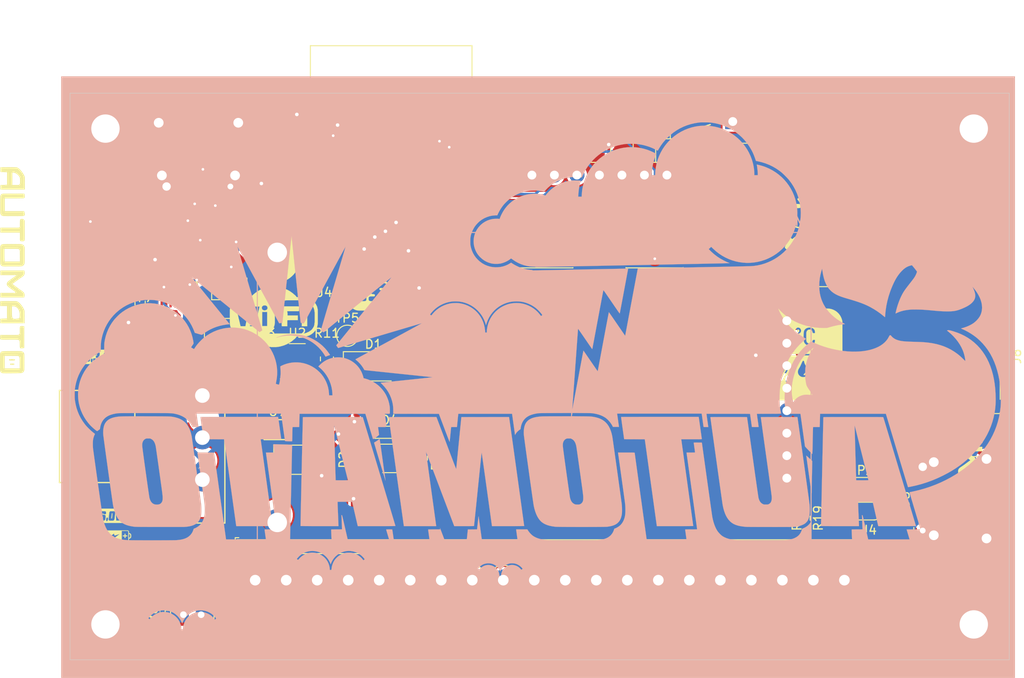
<source format=kicad_pcb>
(kicad_pcb (version 20171130) (host pcbnew "(5.1.8)-1")
  (layers (0 F.Cu signal) (31 B.Cu signal) (34 B.Paste user hide) (35 F.Paste user hide) (36 B.SilkS user hide) (37 F.SilkS user) (38 B.Mask user hide) (39 F.Mask user) (44 Edge.Cuts user))
  (net 0 "")
  (net 1 "Net-(AE1-Pad1)")
  (net 2 GND)
  (net 3 3V3)
  (net 4 "Net-(C3-Pad1)")
  (net 5 EN)
  (net 6 IO0)
  (net 7 VBAT)
  (net 8 VIN)
  (net 9 "Net-(C13-Pad2)")
  (net 10 "Net-(C13-Pad1)")
  (net 11 "Net-(C14-Pad2)")
  (net 12 "Net-(C14-Pad1)")
  (net 13 VBUS)
  (net 14 "Net-(D1-Pad1)")
  (net 15 "Net-(D3-Pad1)")
  (net 16 "Net-(D4-Pad1)")
  (net 17 "Net-(D5-Pad1)")
  (net 18 USB_DN)
  (net 19 USB_DP)
  (net 20 "Net-(J1-PadB5)")
  (net 21 "Net-(J1-PadA5)")
  (net 22 "Net-(J3-Pad6)")
  (net 23 "Net-(J3-Pad5)")
  (net 24 "Net-(J3-Pad4)")
  (net 25 "Net-(J3-Pad3)")
  (net 26 "Net-(J3-Pad2)")
  (net 27 "Net-(J3-Pad1)")
  (net 28 A0)
  (net 29 A1)
  (net 30 A6)
  (net 31 A7)
  (net 32 RX)
  (net 33 TX)
  (net 34 I2C_SDA)
  (net 35 I2C_SCL)
  (net 36 CS_SD)
  (net 37 SPI_MOSI)
  (net 38 SPI_MISO)
  (net 39 DATA_CMD)
  (net 40 SPI_CLK)
  (net 41 LED_LCD)
  (net 42 IRQ_TCH)
  (net 43 "Net-(Q1-Pad3)")
  (net 44 "Net-(Q1-Pad1)")
  (net 45 "Net-(Q2-Pad3)")
  (net 46 "Net-(Q2-Pad1)")
  (net 47 "Net-(R1-Pad2)")
  (net 48 RST_LORA)
  (net 49 "Net-(R11-Pad1)")
  (net 50 "Net-(R14-Pad1)")
  (net 51 "Net-(R15-Pad1)")
  (net 52 IRQ_LORA)
  (net 53 CS_LORA)
  (net 54 "Net-(C7-Pad1)")
  (net 55 "Net-(R3-Pad2)")
  (net 56 "Net-(J1-PadB11)")
  (net 57 "Net-(J1-PadB10)")
  (net 58 "Net-(J1-PadB8)")
  (net 59 "Net-(J1-PadB3)")
  (net 60 "Net-(J1-PadB2)")
  (net 61 "Net-(J1-PadA11)")
  (net 62 "Net-(J1-PadA8)")
  (net 63 "Net-(J1-PadA10)")
  (net 64 "Net-(J1-PadA3)")
  (net 65 "Net-(J1-PadA2)")
  (net 66 "Net-(U1-Pad24)")
  (net 67 "Net-(U1-Pad22)")
  (net 68 "Net-(U1-Pad18)")
  (net 69 "Net-(U1-Pad17)")
  (net 70 "Net-(U1-Pad15)")
  (net 71 "Net-(U1-Pad14)")
  (net 72 "Net-(U1-Pad13)")
  (net 73 "Net-(U1-Pad12)")
  (net 74 "Net-(U1-Pad11)")
  (net 75 "Net-(U1-Pad10)")
  (net 76 "Net-(U1-Pad1)")
  (net 77 "Net-(U2-Pad4)")
  (net 78 "Net-(U3-Pad16)")
  (net 79 "Net-(U3-Pad15)")
  (net 80 "Net-(U3-Pad12)")
  (net 81 "Net-(U3-Pad11)")
  (net 82 "Net-(U3-Pad7)")
  (net 83 "Net-(U4-Pad32)")
  (net 84 "Net-(U5-Pad5)")
  (net 85 "Net-(U7-Pad8)")
  (net 86 "Net-(U7-Pad1)")
  (net 87 "Net-(J5-PadB11)")
  (net 88 "Net-(J5-PadB10)")
  (net 89 "Net-(J5-PadB8)")
  (net 90 "Net-(J5-PadB3)")
  (net 91 "Net-(J5-PadB2)")
  (net 92 "Net-(J5-PadA11)")
  (net 93 "Net-(J5-PadA8)")
  (net 94 "Net-(J5-PadA10)")
  (net 95 "Net-(J5-PadA7)")
  (net 96 "Net-(J5-PadA6)")
  (net 97 "Net-(J5-PadA3)")
  (net 98 "Net-(J5-PadA2)")
  (net 99 "Net-(J8-Pad10)")
  (net 100 "Net-(J8-Pad1)")
  (net 101 "Net-(J8-Pad9)")
  (net 102 "Net-(J8-Pad8)")
  (net 103 SD_CS)
  (net 104 3v3)
  (net 105 "Net-(D3-Pad2)")
  (net 106 CS_RELAY)
  (net 107 CS_EINK)
  (net 108 DC_EINK)
  (net 109 RST_EINK)
  (net 110 BUSY_EINK)
  (net 111 IO16)
  (net 112 IO15)
  (net 113 IO13)
  (net 114 "Net-(U4-Pad14)")
  (net 115 IO14)
  (module RF_Module:ESP32-WROOM-32 (layer F.Cu) (at 116.25 67.5)
    (fp_text reference U4 (at -7.65 12 180) (layer F.SilkS))
    (fp_text value ESP32-WROOM-32D)
    (pad 38 smd rect (at 8.5 -8.255) (size 2 0.9) (layers F.Cu F.Paste F.Mask) (net 2 GND))
    (pad 37 smd rect (at 8.5 -6.985) (size 2 0.9) (layers F.Cu F.Paste F.Mask) (net 37 SPI_MOSI))
    (pad 36 smd rect (at 8.5 -5.715) (size 2 0.9) (layers F.Cu F.Paste F.Mask) (net 35 I2C_SCL))
    (pad 35 smd rect (at 8.5 -4.445) (size 2 0.9) (layers F.Cu F.Paste F.Mask) (net 33 TX))
    (pad 34 smd rect (at 8.5 -3.175) (size 2 0.9) (layers F.Cu F.Paste F.Mask) (net 32 RX))
    (pad 33 smd rect (at 8.5 -1.905) (size 2 0.9) (layers F.Cu F.Paste F.Mask) (net 34 I2C_SDA))
    (pad 32 smd rect (at 8.5 -0.635) (size 2 0.9) (layers F.Cu F.Paste F.Mask) (net 83 "Net-(U4-Pad32)"))
    (pad 31 smd rect (at 8.5 0.635) (size 2 0.9) (layers F.Cu F.Paste F.Mask) (net 38 SPI_MISO))
    (pad 30 smd rect (at 8.5 1.905) (size 2 0.9) (layers F.Cu F.Paste F.Mask) (net 40 SPI_CLK))
    (pad 29 smd rect (at 8.5 3.175) (size 2 0.9) (layers F.Cu F.Paste F.Mask) (net 53 CS_LORA))
    (pad 28 smd rect (at 8.5 4.445) (size 2 0.9) (layers F.Cu F.Paste F.Mask) (net 36 CS_SD))
    (pad 27 smd rect (at 8.5 5.715) (size 2 0.9) (layers F.Cu F.Paste F.Mask) (net 111 IO16))
    (pad 26 smd rect (at 8.5 6.985) (size 2 0.9) (layers F.Cu F.Paste F.Mask) (net 52 IRQ_LORA))
    (pad 25 smd rect (at 8.5 8.255) (size 2 0.9) (layers F.Cu F.Paste F.Mask) (net 6 IO0))
    (pad 24 smd rect (at 5.715 9.255 90) (size 2 0.9) (layers F.Cu F.Paste F.Mask) (net 48 RST_LORA))
    (pad 23 smd rect (at 4.445 9.255 90) (size 2 0.9) (layers F.Cu F.Paste F.Mask) (net 112 IO15))
    (pad 22 smd rect (at 3.175 9.255 90) (size 2 0.9) (layers F.Cu F.Paste F.Mask) (net 26 "Net-(J3-Pad2)"))
    (pad 21 smd rect (at 1.905 9.255 90) (size 2 0.9) (layers F.Cu F.Paste F.Mask) (net 27 "Net-(J3-Pad1)"))
    (pad 20 smd rect (at 0.635 9.255 90) (size 2 0.9) (layers F.Cu F.Paste F.Mask) (net 23 "Net-(J3-Pad5)"))
    (pad 19 smd rect (at -0.635 9.255 90) (size 2 0.9) (layers F.Cu F.Paste F.Mask) (net 22 "Net-(J3-Pad6)"))
    (pad 18 smd rect (at -1.905 9.255 90) (size 2 0.9) (layers F.Cu F.Paste F.Mask) (net 24 "Net-(J3-Pad4)"))
    (pad 17 smd rect (at -3.175 9.255 90) (size 2 0.9) (layers F.Cu F.Paste F.Mask) (net 25 "Net-(J3-Pad3)"))
    (pad 16 smd rect (at -4.445 9.255 90) (size 2 0.9) (layers F.Cu F.Paste F.Mask) (net 113 IO13))
    (pad 15 smd rect (at -5.715 9.255 90) (size 2 0.9) (layers F.Cu F.Paste F.Mask) (net 2 GND))
    (pad 14 smd rect (at -8.5 8.255) (size 2 0.9) (layers F.Cu F.Paste F.Mask) (net 114 "Net-(U4-Pad14)"))
    (pad 13 smd rect (at -8.5 6.985) (size 2 0.9) (layers F.Cu F.Paste F.Mask) (net 115 IO14))
    (pad 12 smd rect (at -8.5 5.715) (size 2 0.9) (layers F.Cu F.Paste F.Mask) (net 108 DC_EINK))
    (pad 11 smd rect (at -8.5 4.445) (size 2 0.9) (layers F.Cu F.Paste F.Mask) (net 109 RST_EINK))
    (pad 10 smd rect (at -8.5 3.175) (size 2 0.9) (layers F.Cu F.Paste F.Mask) (net 110 BUSY_EINK))
    (pad 9 smd rect (at -8.5 1.905) (size 2 0.9) (layers F.Cu F.Paste F.Mask) (net 105 "Net-(D3-Pad2)"))
    (pad 8 smd rect (at -8.5 0.635) (size 2 0.9) (layers F.Cu F.Paste F.Mask) (net 107 CS_EINK))
    (pad 7 smd rect (at -8.5 -0.635) (size 2 0.9) (layers F.Cu F.Paste F.Mask) (net 31 A7))
    (pad 6 smd rect (at -8.5 -1.905) (size 2 0.9) (layers F.Cu F.Paste F.Mask) (net 30 A6))
    (pad 5 smd rect (at -8.5 -3.175) (size 2 0.9) (layers F.Cu F.Paste F.Mask) (net 29 A1))
    (pad 4 smd rect (at -8.5 -4.445) (size 2 0.9) (layers F.Cu F.Paste F.Mask) (net 28 A0))
    (pad 3 smd rect (at -8.5 -5.715) (size 2 0.9) (layers F.Cu F.Paste F.Mask) (net 5 EN))
    (pad 2 smd rect (at -8.5 -6.985) (size 2 0.9) (layers F.Cu F.Paste F.Mask) (net 3 3V3))
    (pad 1 smd rect (at -8.5 -8.255) (size 2 0.9) (layers F.Cu F.Paste F.Mask) (net 2 GND))
    (pad 39 smd rect (at -1 -0.755) (size 5 5) (layers F.Cu F.Paste F.Mask) (net 2 GND))
  )
  (module automato-sensor:eink-module (layer B.Cu) (at 113.64 90.23 180)
    (fp_text reference M1 (at -48.25 18.75) (layer B.SilkS) (effects (justify mirror)))
    (fp_text value eink-module)
    (pad 1 thru_hole rect (at -47.26 -10.25) (size 1.7 1.7) (drill 1) (layers *.Cu *.Mask) (net 110 BUSY_EINK))
    (pad 2 thru_hole circle (at -47.26 -7.71) (size 1.7 1.7) (drill 1) (layers *.Cu *.Mask) (net 109 RST_EINK))
    (pad 3 thru_hole circle (at -47.26 -5.17) (size 1.7 1.7) (drill 1) (layers *.Cu *.Mask) (net 108 DC_EINK))
    (pad 4 thru_hole circle (at -47.26 -2.63) (size 1.7 1.7) (drill 1) (layers *.Cu *.Mask) (net 107 CS_EINK))
    (pad 5 thru_hole circle (at -47.26 -0.09) (size 1.7 1.7) (drill 1) (layers *.Cu *.Mask) (net 40 SPI_CLK))
    (pad 6 thru_hole circle (at -47.26 2.45) (size 1.7 1.7) (drill 1) (layers *.Cu *.Mask) (net 37 SPI_MOSI))
    (pad 7 thru_hole circle (at -47.26 4.99) (size 1.7 1.7) (drill 1) (layers *.Cu *.Mask) (net 2 GND))
    (pad 8 thru_hole circle (at -47.26 7.53) (size 1.7 1.7) (drill 1) (layers *.Cu *.Mask) (net 3 3V3))
    (pad "" thru_hole circle (at 10.25 15.25) (size 3 3) (drill 2.2) (layers *.Cu *.Mask))
    (pad "" thru_hole circle (at 10.25 -15.25) (size 3 3) (drill 2.2) (layers *.Cu *.Mask))
  )
  (module Connector_JST:JST_PH_B2B-PH-K_1x02_P2.00mm_Vertical (layer F.Cu) (at 92.8 115.9)
    (fp_text reference J2 (at 0.75 -2.95) (layer F.SilkS))
    (fp_text value LiPo)
    (pad 1 thru_hole roundrect (at 0 0) (size 1.2 1.75) (drill 0.75) (layers *.Cu *.Mask) (roundrect_rratio 0.208333) (net 7 VBAT))
    (pad 2 thru_hole oval (at 2 0) (size 1.2 1.75) (drill 0.75) (layers *.Cu *.Mask) (net 2 GND))
  )
  (module "logo:Battery Symbol_V2" (layer F.Cu) (at 85.5 107)
    (fp_text reference G*** hide)
    (fp_text value LOGO hide)
  )
  (module "logo:USB_Symbol Only" (layer F.Cu) (at 82 107)
    (fp_text reference G*** hide)
    (fp_text value LOGO hide)
  )
  (module logo:VIN (layer F.Cu) (at 104.75 118.25 90)
    (fp_text reference G*** hide)
    (fp_text value LOGO hide)
  )
  (module logo:VBAT (layer F.Cu) (at 108.25 118.25 90)
    (fp_text reference G*** hide)
    (fp_text value LOGO hide)
  )
  (module "logo:VIN Voltage Range" (layer F.Cu) (at 83.8 86.8)
    (fp_text reference G*** hide)
    (fp_text value LOGO hide)
  )
  (module "logo:VBAT Voltage Range" (layer F.Cu) (at 83.5 104.75)
    (fp_text reference G*** hide)
    (fp_text value LOGO hide)
  )
  (module logo:VBAT (layer F.Cu) (at 89.3 115.9 270)
    (fp_text reference G*** hide)
    (fp_text value LOGO hide)
  )
  (module "logo:Positive Symbol" (layer F.Cu) (at 93.55 111.15 270)
    (fp_text reference G*** hide)
    (fp_text value LOGO hide)
  )
  (module "logo:Wifi Logo" (layer F.Cu) (at 103 82.25)
    (fp_text reference G*** hide)
    (fp_text value LOGO hide)
  )
  (module "logo:USB Symbol" (layer F.Cu) (at 122 118.25 90)
    (fp_text reference G*** hide)
    (fp_text value LOGO hide)
  )
  (module logo:Temp-Humidity_Box (layer F.Cu) (at 162 86.5)
    (fp_text reference G*** hide)
    (fp_text value LOGO hide)
  )
  (module "logo:TX Symbol" (layer F.Cu) (at 160.510999 118.532547 90)
    (fp_text reference G*** hide)
    (fp_text value LOGO hide)
  )
  (module "logo:SDA Symbol" (layer F.Cu) (at 164.043146 118.532547 90)
    (fp_text reference G*** hide)
    (fp_text value LOGO hide)
  )
  (module "logo:SCL Symbol" (layer F.Cu) (at 167.575294 118.552847 90)
    (fp_text reference G*** hide)
    (fp_text value LOGO hide)
  )
  (module "logo:RX Symbol" (layer F.Cu) (at 156.99915 118.491948 90)
    (fp_text reference G*** hide)
    (fp_text value LOGO hide)
  )
  (module logo:Logo_Simple_Small_NoText (layer F.Cu) (at 162.494387 70.893163)
    (fp_text reference G*** hide)
    (fp_text value LOGO hide)
  )
  (module logo:GND (layer F.Cu) (at 153.622364 118.36 90)
    (fp_text reference G*** hide)
    (fp_text value LOGO hide)
  )
  (module logo:GND (layer F.Cu) (at 111.67849 118.319846 90)
    (fp_text reference G*** hide)
    (fp_text value LOGO hide)
  )
  (module logo:GND (layer F.Cu) (at 101.104775 118.319846 90)
    (fp_text reference G*** hide)
    (fp_text value LOGO hide)
  )
  (module logo:ESP32__BubbleText (layer F.Cu) (at 116.84 80.01)
    (fp_text reference G*** hide)
    (fp_text value LOGO hide)
  )
  (module "logo:BlueTooth Logo" (layer F.Cu) (at 103.060892 73.86838)
    (fp_text reference G*** hide)
    (fp_text value LOGO hide)
  )
  (module logo:Automato_TextOnly_Small (layer F.Cu) (at 73.5 77 270)
    (fp_text reference G*** hide)
    (fp_text value LOGO hide)
  )
  (module logo:Automato_TextOnly_Small (layer F.Cu) (at 181.61 100 90)
    (fp_text reference G*** hide)
    (fp_text value LOGO hide)
  )
  (module "logo:Automato Logo Mixer_BOLD_Neg" (layer B.Cu) (at 132.836511 89.060625 180)
    (fp_text reference G*** hide)
    (fp_text value LOGO hide)
  )
  (module logo:Antenna (layer F.Cu) (at 159.963858 60.119083 270)
    (fp_text reference G*** hide)
    (fp_text value LOGO hide)
  )
  (module MountingHole:MountingHole_3.2mm_M3_Pad (layer F.Cu) (at 182 61)
    (fp_text reference REF** hide)
    (fp_text value MountingHole_3.2mm_M3_Pad)
    (pad 1 thru_hole circle (at 0 0) (size 6.4 6.4) (drill 3.2) (layers *.Cu *.Mask) (net 2 GND))
  )
  (module MountingHole:MountingHole_3.2mm_M3_Pad (layer F.Cu) (at 182 117)
    (fp_text reference REF** hide)
    (fp_text value MountingHole_3.2mm_M3_Pad)
    (pad 1 thru_hole circle (at 0 0) (size 6.4 6.4) (drill 3.2) (layers *.Cu *.Mask) (net 2 GND))
  )
  (module MountingHole:MountingHole_3.2mm_M3_Pad (layer F.Cu) (at 84 117)
    (fp_text reference REF** hide)
    (fp_text value MountingHole_3.2mm_M3_Pad)
    (pad 1 thru_hole circle (at 0 0) (size 6.4 6.4) (drill 3.2) (layers *.Cu *.Mask) (net 2 GND))
  )
  (module MountingHole:MountingHole_3.2mm_M3_Pad (layer F.Cu) (at 84 61)
    (fp_text reference REF** hide)
    (fp_text value MountingHole_3.2mm_M3_Pad)
    (pad 1 thru_hole circle (at 0 0) (size 6.4 6.4) (drill 3.2) (layers *.Cu *.Mask) (net 2 GND))
  )
  (module Jumper:SolderJumper-3_P1.3mm_Bridged12_RoundedPad1.0x1.5mm (layer F.Cu) (at 169.4 101.4)
    (fp_text reference JP2 (at 0 -1.8) (layer F.SilkS))
    (fp_text value SolderJumper_3_Bridged12)
    (fp_poly (pts (xy -0.9 -0.3) (xy -0.4 -0.3) (xy -0.4 0.3) (xy -0.9 0.3)) (layer F.Cu) (width 0))
    (pad 1 smd custom (at -1.3 0) (size 1 0.5) (layers F.Cu F.Mask) (net 40 SPI_CLK) (options (clearance outline) (anchor rect)) (primitives (gr_circle (center 0 0.25) (end 0.5 0.25) (width 0)) (gr_circle (center 0 -0.25) (end 0.5 -0.25) (width 0)) (gr_poly (pts (xy 0.55 -0.75) (xy 0 -0.75) (xy 0 0.75) (xy 0.55 0.75)) (width 0))))
    (pad 2 smd rect (at 0 0) (size 1 1.5) (layers F.Cu F.Mask) (net 95 "Net-(J5-PadA7)"))
    (pad 3 smd custom (at 1.3 0) (size 1 0.5) (layers F.Cu F.Mask) (net 42 IRQ_TCH) (options (clearance outline) (anchor rect)) (primitives (gr_circle (center 0 0.25) (end 0.5 0.25) (width 0)) (gr_circle (center 0 -0.25) (end 0.5 -0.25) (width 0)) (gr_poly (pts (xy -0.55 -0.75) (xy 0 -0.75) (xy 0 0.75) (xy -0.55 0.75)) (width 0))))
  )
  (module Jumper:SolderJumper-3_P1.3mm_Bridged12_RoundedPad1.0x1.5mm (layer F.Cu) (at 169.4 104.2)
    (fp_text reference JP1 (at 0 -1.8) (layer F.SilkS))
    (fp_text value SolderJumper_3_Bridged12)
    (fp_poly (pts (xy -0.9 -0.3) (xy -0.4 -0.3) (xy -0.4 0.3) (xy -0.9 0.3)) (layer F.Cu) (width 0))
    (pad 1 smd custom (at -1.3 0) (size 1 0.5) (layers F.Cu F.Mask) (net 37 SPI_MOSI) (options (clearance outline) (anchor rect)) (primitives (gr_circle (center 0 0.25) (end 0.5 0.25) (width 0)) (gr_circle (center 0 -0.25) (end 0.5 -0.25) (width 0)) (gr_poly (pts (xy 0.55 -0.75) (xy 0 -0.75) (xy 0 0.75) (xy 0.55 0.75)) (width 0))))
    (pad 2 smd rect (at 0 0) (size 1 1.5) (layers F.Cu F.Mask) (net 96 "Net-(J5-PadA6)"))
    (pad 3 smd custom (at 1.3 0) (size 1 0.5) (layers F.Cu F.Mask) (net 41 LED_LCD) (options (clearance outline) (anchor rect)) (primitives (gr_circle (center 0 0.25) (end 0.5 0.25) (width 0)) (gr_circle (center 0 -0.25) (end 0.5 -0.25) (width 0)) (gr_poly (pts (xy -0.55 -0.75) (xy 0 -0.75) (xy 0 0.75) (xy -0.55 0.75)) (width 0))))
  )
  (module Connector_Card:microSD_HC_Hirose_DM3D-SF (layer F.Cu) (at 179.2 86.75 270)
    (fp_text reference J8 (at -0.025 -7.625 90) (layer F.SilkS))
    (fp_text value Micro_SD_Card_Det)
    (pad 10 smd rect (at 5.575 -5.45 270) (size 1 1.55) (layers F.Cu F.Paste F.Mask) (net 99 "Net-(J8-Pad10)"))
    (pad 11 smd rect (at 5.625 5.225 270) (size 1.5 1.5) (layers F.Cu F.Paste F.Mask) (net 2 GND))
    (pad 1 smd rect (at 3.175 5.35 270) (size 0.7 1.75) (layers F.Cu F.Paste F.Mask) (net 100 "Net-(J8-Pad1)"))
    (pad 2 smd rect (at 2.075 5.35 270) (size 0.7 1.75) (layers F.Cu F.Paste F.Mask) (net 103 SD_CS))
    (pad 3 smd rect (at 0.975 5.35 270) (size 0.7 1.75) (layers F.Cu F.Paste F.Mask) (net 37 SPI_MOSI))
    (pad 4 smd rect (at -0.125 5.35 270) (size 0.7 1.75) (layers F.Cu F.Paste F.Mask) (net 104 3v3))
    (pad 5 smd rect (at -1.225 5.35 270) (size 0.7 1.75) (layers F.Cu F.Paste F.Mask) (net 40 SPI_CLK))
    (pad 6 smd rect (at -2.325 5.35 270) (size 0.7 1.75) (layers F.Cu F.Paste F.Mask) (net 2 GND))
    (pad 7 smd rect (at -3.425 5.35 270) (size 0.7 1.75) (layers F.Cu F.Paste F.Mask) (net 38 SPI_MISO))
    (pad 11 smd rect (at 5.975 -3.025 270) (size 0.8 1.4) (layers F.Cu F.Paste F.Mask) (net 2 GND))
    (pad 9 smd rect (at -5.65 -3.875 270) (size 1.45 1) (layers F.Cu F.Paste F.Mask) (net 101 "Net-(J8-Pad9)"))
    (pad 11 smd rect (at -5.975 -2.375 270) (size 0.8 1.5) (layers F.Cu F.Paste F.Mask) (net 2 GND))
    (pad 11 smd rect (at -5.725 5.225 270) (size 1.3 1.5) (layers F.Cu F.Paste F.Mask) (net 2 GND))
    (pad 8 smd rect (at -4.525 5.35 270) (size 0.7 1.75) (layers F.Cu F.Paste F.Mask) (net 102 "Net-(J8-Pad8)"))
  )
  (module Connector_USB:USB_C_Receptacle_Amphenol_12401610E4-2A_CircularHoles (layer F.Cu) (at 180.6 102.8 90)
    (fp_text reference J5 (at 0 -6.36 90) (layer F.SilkS))
    (fp_text value USB_C_Receptacle)
    (pad B12 smd rect (at -3 -3.32 90) (size 0.3 0.7) (layers F.Cu F.Paste F.Mask) (net 2 GND))
    (pad B11 smd rect (at -2.5 -3.32 90) (size 0.3 0.7) (layers F.Cu F.Paste F.Mask) (net 87 "Net-(J5-PadB11)"))
    (pad B10 smd rect (at -2 -3.32 90) (size 0.3 0.7) (layers F.Cu F.Paste F.Mask) (net 88 "Net-(J5-PadB10)"))
    (pad B9 smd rect (at -1.5 -3.32 90) (size 0.3 0.7) (layers F.Cu F.Paste F.Mask) (net 13 VBUS))
    (pad B8 smd rect (at -1 -3.32 90) (size 0.3 0.7) (layers F.Cu F.Paste F.Mask) (net 89 "Net-(J5-PadB8)"))
    (pad B7 smd rect (at -0.5 -3.32 90) (size 0.3 0.7) (layers F.Cu F.Paste F.Mask) (net 95 "Net-(J5-PadA7)"))
    (pad B6 smd rect (at 0 -3.32 90) (size 0.3 0.7) (layers F.Cu F.Paste F.Mask) (net 96 "Net-(J5-PadA6)"))
    (pad B5 smd rect (at 0.5 -3.32 90) (size 0.3 0.7) (layers F.Cu F.Paste F.Mask) (net 106 CS_RELAY))
    (pad B4 smd rect (at 1 -3.32 90) (size 0.3 0.7) (layers F.Cu F.Paste F.Mask) (net 13 VBUS))
    (pad B3 smd rect (at 1.5 -3.32 90) (size 0.3 0.7) (layers F.Cu F.Paste F.Mask) (net 90 "Net-(J5-PadB3)"))
    (pad B2 smd rect (at 2 -3.32 90) (size 0.3 0.7) (layers F.Cu F.Paste F.Mask) (net 91 "Net-(J5-PadB2)"))
    (pad "" np_thru_hole circle (at -3.6 -4.36 90) (size 0.65 0.65) (drill 0.65) (layers *.Cu *.Mask))
    (pad "" np_thru_hole circle (at 3.6 -4.36 90) (size 0.95 0.95) (drill 0.95) (layers *.Cu *.Mask))
    (pad S1 thru_hole circle (at -4.49 2.84 90) (size 1.4 1.4) (drill 1.1) (layers *.Cu *.Mask) (net 2 GND))
    (pad S1 thru_hole circle (at 4.49 2.84 90) (size 1.4 1.4) (drill 1.1) (layers *.Cu *.Mask) (net 2 GND))
    (pad S1 thru_hole circle (at 4.13 -3.11 90) (size 1.4 1.4) (drill 1.1) (layers *.Cu *.Mask) (net 2 GND))
    (pad B1 smd rect (at 2.5 -3.32 90) (size 0.3 0.7) (layers F.Cu F.Paste F.Mask) (net 2 GND))
    (pad A11 smd rect (at 2.25 -5.02 90) (size 0.3 0.7) (layers F.Cu F.Paste F.Mask) (net 92 "Net-(J5-PadA11)"))
    (pad A8 smd rect (at 0.75 -5.02 90) (size 0.3 0.7) (layers F.Cu F.Paste F.Mask) (net 93 "Net-(J5-PadA8)"))
    (pad A9 smd rect (at 1.25 -5.02 90) (size 0.3 0.7) (layers F.Cu F.Paste F.Mask) (net 13 VBUS))
    (pad A10 smd rect (at 1.75 -5.02 90) (size 0.3 0.7) (layers F.Cu F.Paste F.Mask) (net 94 "Net-(J5-PadA10)"))
    (pad A12 smd rect (at 2.75 -5.02 90) (size 0.3 0.7) (layers F.Cu F.Paste F.Mask) (net 2 GND))
    (pad A7 smd rect (at 0.25 -5.02 90) (size 0.3 0.7) (layers F.Cu F.Paste F.Mask) (net 95 "Net-(J5-PadA7)"))
    (pad A6 smd rect (at -0.25 -5.02 90) (size 0.3 0.7) (layers F.Cu F.Paste F.Mask) (net 96 "Net-(J5-PadA6)"))
    (pad A5 smd rect (at -0.75 -5.02 90) (size 0.3 0.7) (layers F.Cu F.Paste F.Mask) (net 106 CS_RELAY))
    (pad A4 smd rect (at -1.25 -5.02 90) (size 0.3 0.7) (layers F.Cu F.Paste F.Mask) (net 13 VBUS))
    (pad A3 smd rect (at -1.75 -5.02 90) (size 0.3 0.7) (layers F.Cu F.Paste F.Mask) (net 97 "Net-(J5-PadA3)"))
    (pad A2 smd rect (at -2.25 -5.02 90) (size 0.3 0.7) (layers F.Cu F.Paste F.Mask) (net 98 "Net-(J5-PadA2)"))
    (pad A1 smd rect (at -2.75 -5.02 90) (size 0.3 0.7) (layers F.Cu F.Paste F.Mask) (net 2 GND))
    (pad S1 thru_hole circle (at -4.13 -3.11 90) (size 1.4 1.4) (drill 1.1) (layers *.Cu *.Mask) (net 2 GND))
  )
  (module Capacitor_SMD:C_0805_2012Metric (layer F.Cu) (at 119.9 95.1 180)
    (fp_text reference C16 (at 0 -1.65) (layer F.SilkS))
    (fp_text value "10 uF")
    (pad 2 smd roundrect (at 0.9375 0 180) (size 0.975 1.4) (layers F.Cu F.Paste F.Mask) (net 13 VBUS))
    (pad 1 smd roundrect (at -0.9375 0 180) (size 0.975 1.4) (layers F.Cu F.Paste F.Mask) (net 2 GND))
  )
  (module automato-sensor:L102021ML04Q (layer F.Cu) (at 92.4 95.9 270)
    (fp_text reference SW3 (at 0 -7 90) (layer F.SilkS))
    (fp_text value SW_SPDT)
    (pad 3 thru_hole circle (at 4.75 -2.54 270) (size 2.65 2.65) (drill 1.65) (layers *.Cu *.Mask) (net 4 "Net-(C3-Pad1)"))
    (pad 2 thru_hole circle (at 0 -2.54 270) (size 2.65 2.65) (drill 1.65) (layers *.Cu *.Mask) (net 3 3V3))
    (pad 1 thru_hole circle (at -4.75 -2.54 270) (size 2.65 2.65) (drill 1.65) (layers *.Cu *.Mask) (net 11 "Net-(C14-Pad2)"))
  )
  (module Connector_USB:USB_C_Receptacle_Amphenol_12401610E4-2A_CircularHoles (layer F.Cu) (at 94.5 63.18 180)
    (fp_text reference J1 (at 0 -6.36) (layer F.SilkS))
    (fp_text value USB_C_Receptacle)
    (pad B12 smd rect (at -3 -3.32 180) (size 0.3 0.7) (layers F.Cu F.Paste F.Mask) (net 2 GND))
    (pad B11 smd rect (at -2.5 -3.32 180) (size 0.3 0.7) (layers F.Cu F.Paste F.Mask) (net 56 "Net-(J1-PadB11)"))
    (pad B10 smd rect (at -2 -3.32 180) (size 0.3 0.7) (layers F.Cu F.Paste F.Mask) (net 57 "Net-(J1-PadB10)"))
    (pad B9 smd rect (at -1.5 -3.32 180) (size 0.3 0.7) (layers F.Cu F.Paste F.Mask) (net 13 VBUS))
    (pad B8 smd rect (at -1 -3.32 180) (size 0.3 0.7) (layers F.Cu F.Paste F.Mask) (net 58 "Net-(J1-PadB8)"))
    (pad B7 smd rect (at -0.5 -3.32 180) (size 0.3 0.7) (layers F.Cu F.Paste F.Mask) (net 18 USB_DN))
    (pad B6 smd rect (at 0 -3.32 180) (size 0.3 0.7) (layers F.Cu F.Paste F.Mask) (net 19 USB_DP))
    (pad B5 smd rect (at 0.5 -3.32 180) (size 0.3 0.7) (layers F.Cu F.Paste F.Mask) (net 20 "Net-(J1-PadB5)"))
    (pad B4 smd rect (at 1 -3.32 180) (size 0.3 0.7) (layers F.Cu F.Paste F.Mask) (net 13 VBUS))
    (pad B3 smd rect (at 1.5 -3.32 180) (size 0.3 0.7) (layers F.Cu F.Paste F.Mask) (net 59 "Net-(J1-PadB3)"))
    (pad B2 smd rect (at 2 -3.32 180) (size 0.3 0.7) (layers F.Cu F.Paste F.Mask) (net 60 "Net-(J1-PadB2)"))
    (pad "" np_thru_hole circle (at -3.6 -4.36 180) (size 0.65 0.65) (drill 0.65) (layers *.Cu *.Mask))
    (pad "" np_thru_hole circle (at 3.6 -4.36 180) (size 0.95 0.95) (drill 0.95) (layers *.Cu *.Mask))
    (pad S1 thru_hole circle (at -4.49 2.84 180) (size 1.4 1.4) (drill 1.1) (layers *.Cu *.Mask) (net 2 GND))
    (pad S1 thru_hole circle (at 4.49 2.84 180) (size 1.4 1.4) (drill 1.1) (layers *.Cu *.Mask) (net 2 GND))
    (pad S1 thru_hole circle (at 4.13 -3.11 180) (size 1.4 1.4) (drill 1.1) (layers *.Cu *.Mask) (net 2 GND))
    (pad B1 smd rect (at 2.5 -3.32 180) (size 0.3 0.7) (layers F.Cu F.Paste F.Mask) (net 2 GND))
    (pad A11 smd rect (at 2.25 -5.02 180) (size 0.3 0.7) (layers F.Cu F.Paste F.Mask) (net 61 "Net-(J1-PadA11)"))
    (pad A8 smd rect (at 0.75 -5.02 180) (size 0.3 0.7) (layers F.Cu F.Paste F.Mask) (net 62 "Net-(J1-PadA8)"))
    (pad A9 smd rect (at 1.25 -5.02 180) (size 0.3 0.7) (layers F.Cu F.Paste F.Mask) (net 13 VBUS))
    (pad A10 smd rect (at 1.75 -5.02 180) (size 0.3 0.7) (layers F.Cu F.Paste F.Mask) (net 63 "Net-(J1-PadA10)"))
    (pad A12 smd rect (at 2.75 -5.02 180) (size 0.3 0.7) (layers F.Cu F.Paste F.Mask) (net 2 GND))
    (pad A7 smd rect (at 0.25 -5.02 180) (size 0.3 0.7) (layers F.Cu F.Paste F.Mask) (net 18 USB_DN))
    (pad A6 smd rect (at -0.25 -5.02 180) (size 0.3 0.7) (layers F.Cu F.Paste F.Mask) (net 19 USB_DP))
    (pad A5 smd rect (at -0.75 -5.02 180) (size 0.3 0.7) (layers F.Cu F.Paste F.Mask) (net 21 "Net-(J1-PadA5)"))
    (pad A4 smd rect (at -1.25 -5.02 180) (size 0.3 0.7) (layers F.Cu F.Paste F.Mask) (net 13 VBUS))
    (pad A3 smd rect (at -1.75 -5.02 180) (size 0.3 0.7) (layers F.Cu F.Paste F.Mask) (net 64 "Net-(J1-PadA3)"))
    (pad A2 smd rect (at -2.25 -5.02 180) (size 0.3 0.7) (layers F.Cu F.Paste F.Mask) (net 65 "Net-(J1-PadA2)"))
    (pad A1 smd rect (at -2.75 -5.02 180) (size 0.3 0.7) (layers F.Cu F.Paste F.Mask) (net 2 GND))
    (pad S1 thru_hole circle (at -4.13 -3.11 180) (size 1.4 1.4) (drill 1.1) (layers *.Cu *.Mask) (net 2 GND))
  )
  (module Connector_PinHeader_2.54mm:PinHeader_1x01_P2.54mm_Vertical (layer F.Cu) (at 154.8 60.2)
    (fp_text reference AE1 (at -3 -0.25 90) (layer F.SilkS))
    (fp_text value Antenna)
    (pad 1 thru_hole rect (at 0 0) (size 1.7 1.7) (drill 1) (layers *.Cu *.Mask) (net 1 "Net-(AE1-Pad1)"))
  )
  (module Resistor_SMD:R_0805_2012Metric (layer F.Cu) (at 86.6 80.7 90)
    (fp_text reference R3 (at 0 1.8 90) (layer F.SilkS))
    (fp_text value 4.7k)
    (pad 2 smd roundrect (at 0.9125 0 90) (size 1.025 1.4) (layers F.Cu F.Paste F.Mask) (roundrect_rratio 0.243902) (net 55 "Net-(R3-Pad2)"))
    (pad 1 smd roundrect (at -0.9125 0 90) (size 1.025 1.4) (layers F.Cu F.Paste F.Mask) (roundrect_rratio 0.243902) (net 3 3V3))
  )
  (module Capacitor_SMD:C_0805_2012Metric (layer F.Cu) (at 89.6 83.1 180)
    (fp_text reference C7 (at 0 -1.68) (layer F.SilkS))
    (fp_text value "4.7 uF")
    (pad 2 smd roundrect (at 0.95 0 180) (size 1 1.45) (layers F.Cu F.Paste F.Mask) (net 2 GND))
    (pad 1 smd roundrect (at -0.95 0 180) (size 1 1.45) (layers F.Cu F.Paste F.Mask) (net 54 "Net-(C7-Pad1)"))
  )
  (module LED_SMD:LED_0603_1608Metric_Castellated (layer F.Cu) (at 84.6 73.5)
    (fp_text reference D5 (at 0 -1.38) (layer F.SilkS))
    (fp_text value LED)
    (pad 2 smd roundrect (at 0.8125 0) (size 1.225 0.85) (layers F.Cu F.Paste F.Mask) (net 3 3V3))
    (pad 1 smd roundrect (at -0.8125 0) (size 1.225 0.85) (layers F.Cu F.Paste F.Mask) (net 17 "Net-(D5-Pad1)"))
  )
  (module LED_SMD:LED_0603_1608Metric_Castellated (layer F.Cu) (at 116.0875 95.3)
    (fp_text reference D4 (at 0 -1.38) (layer F.SilkS))
    (fp_text value LED)
    (pad 2 smd roundrect (at 0.8125 0) (size 1.225 0.85) (layers F.Cu F.Paste F.Mask) (net 13 VBUS))
    (pad 1 smd roundrect (at -0.8125 0) (size 1.225 0.85) (layers F.Cu F.Paste F.Mask) (net 16 "Net-(D4-Pad1)"))
  )
  (module LED_SMD:LED_0603_1608Metric_Castellated (layer F.Cu) (at 174.8 115 180)
    (fp_text reference D3 (at 0 -1.38) (layer F.SilkS))
    (fp_text value LED)
    (pad 2 smd roundrect (at 0.8125 0 180) (size 1.225 0.85) (layers F.Cu F.Paste F.Mask) (net 105 "Net-(D3-Pad2)"))
    (pad 1 smd roundrect (at -0.8125 0 180) (size 1.225 0.85) (layers F.Cu F.Paste F.Mask) (net 15 "Net-(D3-Pad1)"))
  )
  (module Package_DFN_QFN:DFN-8-1EP_3x2mm_P0.5mm_EP1.75x1.45mm (layer F.Cu) (at 103.4 95)
    (fp_text reference U7 (at 0 -2.05) (layer F.SilkS))
    (fp_text value MP2452)
    (pad 9 smd rect (at 0 0) (size 1.75 1.45) (layers F.Cu F.Mask))
    (pad 8 smd rect (at 1.45 -0.75) (size 0.75 0.3) (layers F.Cu F.Paste F.Mask) (net 85 "Net-(U7-Pad8)"))
    (pad 7 smd rect (at 1.45 -0.25) (size 0.75 0.3) (layers F.Cu F.Paste F.Mask) (net 12 "Net-(C14-Pad1)"))
    (pad 6 smd rect (at 1.45 0.25) (size 0.75 0.3) (layers F.Cu F.Paste F.Mask) (net 2 GND))
    (pad 5 smd rect (at 1.45 0.75) (size 0.75 0.3) (layers F.Cu F.Paste F.Mask) (net 8 VIN))
    (pad 4 smd rect (at -1.45 0.75) (size 0.75 0.3) (layers F.Cu F.Paste F.Mask) (net 8 VIN))
    (pad 3 smd rect (at -1.45 0.25) (size 0.75 0.3) (layers F.Cu F.Paste F.Mask) (net 10 "Net-(C13-Pad1)"))
    (pad 2 smd rect (at -1.45 -0.25) (size 0.75 0.3) (layers F.Cu F.Paste F.Mask) (net 9 "Net-(C13-Pad2)"))
    (pad 1 smd rect (at -1.45 -0.75) (size 0.75 0.3) (layers F.Cu F.Paste F.Mask) (net 86 "Net-(U7-Pad1)"))
  )
  (module Package_TO_SOT_SMD:SOT-23-5 (layer F.Cu) (at 116.2 98.25)
    (fp_text reference U6 (at 1.9 -2.9 -270) (layer F.SilkS))
    (fp_text value MCP73831-2-OT)
    (pad 5 smd rect (at 1.1 -0.95) (size 1.06 0.65) (layers F.Cu F.Paste F.Mask) (net 50 "Net-(R14-Pad1)"))
    (pad 4 smd rect (at 1.1 0.95) (size 1.06 0.65) (layers F.Cu F.Paste F.Mask) (net 13 VBUS))
    (pad 3 smd rect (at -1.1 0.95) (size 1.06 0.65) (layers F.Cu F.Paste F.Mask) (net 7 VBAT))
    (pad 2 smd rect (at -1.1 0) (size 1.06 0.65) (layers F.Cu F.Paste F.Mask) (net 2 GND))
    (pad 1 smd rect (at -1.1 -0.95) (size 1.06 0.65) (layers F.Cu F.Paste F.Mask) (net 51 "Net-(R15-Pad1)"))
  )
  (module Sensor_Humidity:Sensirion_DFN-4-1EP_2x2mm_P1mm_EP0.7x1.6mm (layer F.Cu) (at 155.25 86 180)
    (fp_text reference U5 (at 0 -1.95) (layer F.SilkS))
    (fp_text value SHTC3)
    (pad 5 smd roundrect (at 0 0 180) (size 0.7 1.6) (layers F.Cu F.Mask) (net 84 "Net-(U5-Pad5)"))
    (pad 4 smd roundrect (at 0.925 -0.5 180) (size 0.55 0.35) (layers F.Cu F.Mask) (net 2 GND))
    (pad 3 smd roundrect (at 0.925 0.5 180) (size 0.55 0.35) (layers F.Cu F.Mask) (net 34 I2C_SDA))
    (pad 2 smd roundrect (at -0.925 0.5 180) (size 0.55 0.35) (layers F.Cu F.Mask) (net 35 I2C_SCL))
    (pad 1 smd roundrect (at -0.925 -0.5 180) (size 0.55 0.35) (layers F.Cu F.Mask) (net 3 3V3))
  )
  (module RF_Module:HOPERF_RFM9XW_SMD (layer F.Cu) (at 162.75 70.75 180)
    (fp_text reference U3 (at 0 -9.2) (layer F.SilkS))
    (fp_text value RFM95W-915S2)
    (pad 16 smd rect (at 8 -7 180) (size 2 1) (layers F.Cu F.Paste F.Mask) (net 78 "Net-(U3-Pad16)"))
    (pad 15 smd rect (at 8 -5 180) (size 2 1) (layers F.Cu F.Paste F.Mask) (net 79 "Net-(U3-Pad15)"))
    (pad 14 smd rect (at 8 -3 180) (size 2 1) (layers F.Cu F.Paste F.Mask) (net 52 IRQ_LORA))
    (pad 13 smd rect (at 8 -1 180) (size 2 1) (layers F.Cu F.Paste F.Mask) (net 3 3V3))
    (pad 12 smd rect (at 8 1 180) (size 2 1) (layers F.Cu F.Paste F.Mask) (net 80 "Net-(U3-Pad12)"))
    (pad 11 smd rect (at 8 3 180) (size 2 1) (layers F.Cu F.Paste F.Mask) (net 81 "Net-(U3-Pad11)"))
    (pad 10 smd rect (at 8 5 180) (size 2 1) (layers F.Cu F.Paste F.Mask) (net 2 GND))
    (pad 9 smd rect (at 8 7 180) (size 2 1) (layers F.Cu F.Paste F.Mask) (net 1 "Net-(AE1-Pad1)"))
    (pad 8 smd rect (at -8 7 180) (size 2 1) (layers F.Cu F.Paste F.Mask) (net 2 GND))
    (pad 7 smd rect (at -8 5 180) (size 2 1) (layers F.Cu F.Paste F.Mask) (net 82 "Net-(U3-Pad7)"))
    (pad 6 smd rect (at -8 3 180) (size 2 1) (layers F.Cu F.Paste F.Mask) (net 48 RST_LORA))
    (pad 5 smd rect (at -8 1 180) (size 2 1) (layers F.Cu F.Paste F.Mask) (net 53 CS_LORA))
    (pad 4 smd rect (at -8 -1 180) (size 2 1) (layers F.Cu F.Paste F.Mask) (net 40 SPI_CLK))
    (pad 3 smd rect (at -8 -3 180) (size 2 1) (layers F.Cu F.Paste F.Mask) (net 37 SPI_MOSI))
    (pad 2 smd rect (at -8 -5 180) (size 2 1) (layers F.Cu F.Paste F.Mask) (net 38 SPI_MISO))
    (pad 1 smd rect (at -8 -7 180) (size 2 1) (layers F.Cu F.Paste F.Mask) (net 2 GND))
  )
  (module Package_TO_SOT_SMD:SOT-23-5 (layer F.Cu) (at 105.65 86.9 180)
    (fp_text reference U2 (at 0 2.8) (layer F.SilkS))
    (fp_text value AP2112K-3.3)
    (pad 5 smd rect (at 1.1 -0.95 180) (size 1.06 0.65) (layers F.Cu F.Paste F.Mask) (net 4 "Net-(C3-Pad1)"))
    (pad 4 smd rect (at 1.1 0.95 180) (size 1.06 0.65) (layers F.Cu F.Paste F.Mask) (net 77 "Net-(U2-Pad4)"))
    (pad 3 smd rect (at -1.1 0.95 180) (size 1.06 0.65) (layers F.Cu F.Paste F.Mask) (net 49 "Net-(R11-Pad1)"))
    (pad 2 smd rect (at -1.1 0 180) (size 1.06 0.65) (layers F.Cu F.Paste F.Mask) (net 2 GND))
    (pad 1 smd rect (at -1.1 -0.95 180) (size 1.06 0.65) (layers F.Cu F.Paste F.Mask) (net 14 "Net-(D1-Pad1)"))
  )
  (module Package_DFN_QFN:QFN-24-1EP_4x4mm_P0.5mm_EP2.6x2.6mm (layer F.Cu) (at 90.6 78.85 270)
    (fp_text reference U1 (at 0 -3.3 90) (layer F.SilkS))
    (fp_text value CP2104)
    (pad 25 smd rect (at 0 0 270) (size 2.6 2.6) (layers F.Cu F.Mask) (net 2 GND))
    (pad 24 smd roundrect (at -1.25 -1.9375 270) (size 0.25 0.825) (layers F.Cu F.Paste F.Mask) (net 66 "Net-(U1-Pad24)"))
    (pad 23 smd roundrect (at -0.75 -1.9375 270) (size 0.25 0.825) (layers F.Cu F.Paste F.Mask) (net 43 "Net-(Q1-Pad3)"))
    (pad 22 smd roundrect (at -0.25 -1.9375 270) (size 0.25 0.825) (layers F.Cu F.Paste F.Mask) (net 67 "Net-(U1-Pad22)"))
    (pad 21 smd roundrect (at 0.25 -1.9375 270) (size 0.25 0.825) (layers F.Cu F.Paste F.Mask) (net 32 RX))
    (pad 20 smd roundrect (at 0.75 -1.9375 270) (size 0.25 0.825) (layers F.Cu F.Paste F.Mask) (net 33 TX))
    (pad 19 smd roundrect (at 1.25 -1.9375 270) (size 0.25 0.825) (layers F.Cu F.Paste F.Mask) (net 45 "Net-(Q2-Pad3)"))
    (pad 18 smd roundrect (at 1.9375 -1.25 270) (size 0.825 0.25) (layers F.Cu F.Paste F.Mask) (net 68 "Net-(U1-Pad18)"))
    (pad 17 smd roundrect (at 1.9375 -0.75 270) (size 0.825 0.25) (layers F.Cu F.Paste F.Mask) (net 69 "Net-(U1-Pad17)"))
    (pad 16 smd roundrect (at 1.9375 -0.25 270) (size 0.825 0.25) (layers F.Cu F.Paste F.Mask) (net 54 "Net-(C7-Pad1)"))
    (pad 15 smd roundrect (at 1.9375 0.25 270) (size 0.825 0.25) (layers F.Cu F.Paste F.Mask) (net 70 "Net-(U1-Pad15)"))
    (pad 14 smd roundrect (at 1.9375 0.75 270) (size 0.825 0.25) (layers F.Cu F.Paste F.Mask) (net 71 "Net-(U1-Pad14)"))
    (pad 13 smd roundrect (at 1.9375 1.25 270) (size 0.825 0.25) (layers F.Cu F.Paste F.Mask) (net 72 "Net-(U1-Pad13)"))
    (pad 12 smd roundrect (at 1.25 1.9375 270) (size 0.25 0.825) (layers F.Cu F.Paste F.Mask) (net 73 "Net-(U1-Pad12)"))
    (pad 11 smd roundrect (at 0.75 1.9375 270) (size 0.25 0.825) (layers F.Cu F.Paste F.Mask) (net 74 "Net-(U1-Pad11)"))
    (pad 10 smd roundrect (at 0.25 1.9375 270) (size 0.25 0.825) (layers F.Cu F.Paste F.Mask) (net 75 "Net-(U1-Pad10)"))
    (pad 9 smd roundrect (at -0.25 1.9375 270) (size 0.25 0.825) (layers F.Cu F.Paste F.Mask) (net 55 "Net-(R3-Pad2)"))
    (pad 8 smd roundrect (at -0.75 1.9375 270) (size 0.25 0.825) (layers F.Cu F.Paste F.Mask) (net 47 "Net-(R1-Pad2)"))
    (pad 7 smd roundrect (at -1.25 1.9375 270) (size 0.25 0.825) (layers F.Cu F.Paste F.Mask) (net 3 3V3))
    (pad 6 smd roundrect (at -1.9375 1.25 270) (size 0.825 0.25) (layers F.Cu F.Paste F.Mask) (net 3 3V3))
    (pad 5 smd roundrect (at -1.9375 0.75 270) (size 0.825 0.25) (layers F.Cu F.Paste F.Mask) (net 3 3V3))
    (pad 4 smd roundrect (at -1.9375 0.25 270) (size 0.825 0.25) (layers F.Cu F.Paste F.Mask) (net 18 USB_DN))
    (pad 3 smd roundrect (at -1.9375 -0.25 270) (size 0.825 0.25) (layers F.Cu F.Paste F.Mask) (net 19 USB_DP))
    (pad 2 smd roundrect (at -1.9375 -0.75 270) (size 0.825 0.25) (layers F.Cu F.Paste F.Mask) (net 2 GND))
    (pad 1 smd roundrect (at -1.9375 -1.25 270) (size 0.825 0.25) (layers F.Cu F.Paste F.Mask) (net 76 "Net-(U1-Pad1)"))
  )
  (module Button_Switch_SMD:SW_Push_1P1T_NO_6x6mm_H9.5mm (layer F.Cu) (at 133.525 73.5 180)
    (fp_text reference SW2 (at 0 4.25 180) (layer F.SilkS))
    (fp_text value SW_Push)
    (pad 2 smd rect (at 3.975 2.25 180) (size 1.55 1.3) (layers F.Cu F.Paste F.Mask) (net 2 GND))
    (pad 1 smd rect (at 3.975 -2.25 180) (size 1.55 1.3) (layers F.Cu F.Paste F.Mask) (net 6 IO0))
    (pad 1 smd rect (at -3.975 -2.25 180) (size 1.55 1.3) (layers F.Cu F.Paste F.Mask) (net 6 IO0))
    (pad 2 smd rect (at -3.975 2.25 180) (size 1.55 1.3) (layers F.Cu F.Paste F.Mask) (net 2 GND))
  )
  (module Button_Switch_SMD:SW_Push_1P1T_NO_6x6mm_H9.5mm (layer F.Cu) (at 145.975 73.5)
    (fp_text reference SW1 (at 0 -4.25) (layer F.SilkS))
    (fp_text value SW_Push)
    (pad 2 smd rect (at 3.975 2.25) (size 1.55 1.3) (layers F.Cu F.Paste F.Mask) (net 5 EN))
    (pad 1 smd rect (at 3.975 -2.25) (size 1.55 1.3) (layers F.Cu F.Paste F.Mask) (net 2 GND))
    (pad 1 smd rect (at -3.975 -2.25) (size 1.55 1.3) (layers F.Cu F.Paste F.Mask) (net 2 GND))
    (pad 2 smd rect (at -3.975 2.25) (size 1.55 1.3) (layers F.Cu F.Paste F.Mask) (net 5 EN))
  )
  (module Resistor_SMD:R_0805_2012Metric (layer F.Cu) (at 84.6 71.5 180)
    (fp_text reference R17 (at -2.75 0 90) (layer F.SilkS))
    (fp_text value 100)
    (pad 2 smd roundrect (at 0.9125 0 180) (size 1.025 1.4) (layers F.Cu F.Paste F.Mask) (roundrect_rratio 0.243902) (net 17 "Net-(D5-Pad1)"))
    (pad 1 smd roundrect (at -0.9125 0 180) (size 1.025 1.4) (layers F.Cu F.Paste F.Mask) (roundrect_rratio 0.243902) (net 2 GND))
  )
  (module Resistor_SMD:R_0805_2012Metric (layer F.Cu) (at 104 92.2 180)
    (fp_text reference R16 (at 3.4625 0.05) (layer F.SilkS))
    (fp_text value 124k)
    (pad 2 smd roundrect (at 0.9125 0 180) (size 1.025 1.4) (layers F.Cu F.Paste F.Mask) (roundrect_rratio 0.243902) (net 11 "Net-(C14-Pad2)"))
    (pad 1 smd roundrect (at -0.9125 0 180) (size 1.025 1.4) (layers F.Cu F.Paste F.Mask) (roundrect_rratio 0.243902) (net 12 "Net-(C14-Pad1)"))
  )
  (module Resistor_SMD:R_0805_2012Metric (layer F.Cu) (at 112.9 96.5 90)
    (fp_text reference R15 (at 0 -1.75 90) (layer F.SilkS))
    (fp_text value 100)
    (pad 2 smd roundrect (at 0.9125 0 90) (size 1.025 1.4) (layers F.Cu F.Paste F.Mask) (roundrect_rratio 0.243902) (net 16 "Net-(D4-Pad1)"))
    (pad 1 smd roundrect (at -0.9125 0 90) (size 1.025 1.4) (layers F.Cu F.Paste F.Mask) (roundrect_rratio 0.243902) (net 51 "Net-(R15-Pad1)"))
  )
  (module Resistor_SMD:R_0805_2012Metric (layer F.Cu) (at 119.6 98.2125 270)
    (fp_text reference R14 (at 0 -1.75 90) (layer F.SilkS))
    (fp_text value 10k)
    (pad 2 smd roundrect (at 0.9125 0 270) (size 1.025 1.4) (layers F.Cu F.Paste F.Mask) (roundrect_rratio 0.243902) (net 2 GND))
    (pad 1 smd roundrect (at -0.9125 0 270) (size 1.025 1.4) (layers F.Cu F.Paste F.Mask) (roundrect_rratio 0.243902) (net 50 "Net-(R14-Pad1)"))
  )
  (module Resistor_SMD:R_0805_2012Metric (layer F.Cu) (at 175.0875 111.75 180)
    (fp_text reference R13 (at 0 2) (layer F.SilkS))
    (fp_text value 100)
    (pad 2 smd roundrect (at 0.9125 0 180) (size 1.025 1.4) (layers F.Cu F.Paste F.Mask) (roundrect_rratio 0.243902) (net 2 GND))
    (pad 1 smd roundrect (at -0.9125 0 180) (size 1.025 1.4) (layers F.Cu F.Paste F.Mask) (roundrect_rratio 0.243902) (net 15 "Net-(D3-Pad1)"))
  )
  (module Resistor_SMD:R_0805_2012Metric (layer F.Cu) (at 107.2 92.4 270)
    (fp_text reference R12 (at 3.3875 0 270) (layer F.SilkS))
    (fp_text value 39.2k)
    (pad 2 smd roundrect (at 0.9125 0 270) (size 1.025 1.4) (layers F.Cu F.Paste F.Mask) (roundrect_rratio 0.243902) (net 2 GND))
    (pad 1 smd roundrect (at -0.9125 0 270) (size 1.025 1.4) (layers F.Cu F.Paste F.Mask) (roundrect_rratio 0.243902) (net 12 "Net-(C14-Pad1)"))
  )
  (module Resistor_SMD:R_0805_2012Metric (layer F.Cu) (at 109 87.0125 270)
    (fp_text reference R11 (at -2.9125 0 180) (layer F.SilkS))
    (fp_text value 100k)
    (pad 2 smd roundrect (at 0.9125 0 270) (size 1.025 1.4) (layers F.Cu F.Paste F.Mask) (roundrect_rratio 0.243902) (net 14 "Net-(D1-Pad1)"))
    (pad 1 smd roundrect (at -0.9125 0 270) (size 1.025 1.4) (layers F.Cu F.Paste F.Mask) (roundrect_rratio 0.243902) (net 49 "Net-(R11-Pad1)"))
  )
  (module Resistor_SMD:R_0805_2012Metric (layer F.Cu) (at 116.25 91.7625 270)
    (fp_text reference R10 (at 0 -1.65 90) (layer F.SilkS))
    (fp_text value 100k)
    (pad 2 smd roundrect (at 0.9125 0 270) (size 1.025 1.4) (layers F.Cu F.Paste F.Mask) (roundrect_rratio 0.243902) (net 2 GND))
    (pad 1 smd roundrect (at -0.9125 0 270) (size 1.025 1.4) (layers F.Cu F.Paste F.Mask) (roundrect_rratio 0.243902) (net 13 VBUS))
  )
  (module Resistor_SMD:R_0805_2012Metric (layer F.Cu) (at 89.2 70.6 180)
    (fp_text reference R9 (at -2.6875 0 270) (layer F.SilkS))
    (fp_text value 5.1k)
    (pad 2 smd roundrect (at 0.9125 0 180) (size 1.025 1.4) (layers F.Cu F.Paste F.Mask) (roundrect_rratio 0.243902) (net 20 "Net-(J1-PadB5)"))
    (pad 1 smd roundrect (at -0.9125 0 180) (size 1.025 1.4) (layers F.Cu F.Paste F.Mask) (roundrect_rratio 0.243902) (net 2 GND))
  )
  (module Resistor_SMD:R_0805_2012Metric (layer F.Cu) (at 96.8 71.3 180)
    (fp_text reference R8 (at -2.6875 0 270) (layer F.SilkS))
    (fp_text value 5.1k)
    (pad 2 smd roundrect (at 0.9125 0 180) (size 1.025 1.4) (layers F.Cu F.Paste F.Mask) (roundrect_rratio 0.243902) (net 21 "Net-(J1-PadA5)"))
    (pad 1 smd roundrect (at -0.9125 0 180) (size 1.025 1.4) (layers F.Cu F.Paste F.Mask) (roundrect_rratio 0.243902) (net 2 GND))
  )
  (module Resistor_SMD:R_0805_2012Metric (layer F.Cu) (at 102.525 65.85)
    (fp_text reference R7 (at -2.575 0 90) (layer F.SilkS))
    (fp_text value 10k)
    (pad 2 smd roundrect (at 0.9125 0) (size 1.025 1.4) (layers F.Cu F.Paste F.Mask) (roundrect_rratio 0.243902) (net 5 EN))
    (pad 1 smd roundrect (at -0.9125 0) (size 1.025 1.4) (layers F.Cu F.Paste F.Mask) (roundrect_rratio 0.243902) (net 3 3V3))
  )
  (module Resistor_SMD:R_0805_2012Metric (layer F.Cu) (at 174 66.8 270)
    (fp_text reference R6 (at 0 -1.65 90) (layer F.SilkS))
    (fp_text value 100k)
    (pad 2 smd roundrect (at 0.9125 0 270) (size 1.025 1.4) (layers F.Cu F.Paste F.Mask) (roundrect_rratio 0.243902) (net 48 RST_LORA))
    (pad 1 smd roundrect (at -0.9125 0 270) (size 1.025 1.4) (layers F.Cu F.Paste F.Mask) (roundrect_rratio 0.243902) (net 3 3V3))
  )
  (module Resistor_SMD:R_0805_2012Metric (layer F.Cu) (at 95.1625 75.95 180)
    (fp_text reference R5 (at -2.3375 0.5 270) (layer F.SilkS))
    (fp_text value 10k)
    (pad 2 smd roundrect (at 0.9125 0 180) (size 1.025 1.4) (layers F.Cu F.Paste F.Mask) (roundrect_rratio 0.243902) (net 43 "Net-(Q1-Pad3)"))
    (pad 1 smd roundrect (at -0.9125 0 180) (size 1.025 1.4) (layers F.Cu F.Paste F.Mask) (roundrect_rratio 0.243902) (net 46 "Net-(Q2-Pad1)"))
  )
  (module Resistor_SMD:R_0805_2012Metric (layer F.Cu) (at 93.5 83.2 90)
    (fp_text reference R4 (at 0 -1.65 90) (layer F.SilkS))
    (fp_text value 10k)
    (pad 2 smd roundrect (at 0.9125 0 90) (size 1.025 1.4) (layers F.Cu F.Paste F.Mask) (roundrect_rratio 0.243902) (net 45 "Net-(Q2-Pad3)"))
    (pad 1 smd roundrect (at -0.9125 0 90) (size 1.025 1.4) (layers F.Cu F.Paste F.Mask) (roundrect_rratio 0.243902) (net 44 "Net-(Q1-Pad1)"))
  )
  (module Resistor_SMD:R_0805_2012Metric (layer F.Cu) (at 84.6375 77.8 180)
    (fp_text reference R2 (at 2.4875 0 270) (layer F.SilkS))
    (fp_text value 47k)
    (pad 2 smd roundrect (at 0.9125 0 180) (size 1.025 1.4) (layers F.Cu F.Paste F.Mask) (roundrect_rratio 0.243902) (net 2 GND))
    (pad 1 smd roundrect (at -0.9125 0 180) (size 1.025 1.4) (layers F.Cu F.Paste F.Mask) (roundrect_rratio 0.243902) (net 47 "Net-(R1-Pad2)"))
  )
  (module Resistor_SMD:R_0805_2012Metric (layer F.Cu) (at 84.6 75.6)
    (fp_text reference R1 (at -2.4875 0.2 270) (layer F.SilkS))
    (fp_text value 22.1k)
    (pad 2 smd roundrect (at 0.9125 0) (size 1.025 1.4) (layers F.Cu F.Paste F.Mask) (roundrect_rratio 0.243902) (net 47 "Net-(R1-Pad2)"))
    (pad 1 smd roundrect (at -0.9125 0) (size 1.025 1.4) (layers F.Cu F.Paste F.Mask) (roundrect_rratio 0.243902) (net 13 VBUS))
  )
  (module Package_TO_SOT_SMD:SOT-23 (layer F.Cu) (at 112.4 92 270)
    (fp_text reference Q3 (at 0 -2.5 90) (layer F.SilkS))
    (fp_text value DMG3415U)
    (pad 3 smd rect (at 1 0 270) (size 0.9 0.8) (layers F.Cu F.Paste F.Mask) (net 7 VBAT))
    (pad 2 smd rect (at -1 0.95 270) (size 0.9 0.8) (layers F.Cu F.Paste F.Mask) (net 14 "Net-(D1-Pad1)"))
    (pad 1 smd rect (at -1 -0.95 270) (size 0.9 0.8) (layers F.Cu F.Paste F.Mask) (net 13 VBUS))
  )
  (module Package_TO_SOT_SMD:SOT-23 (layer F.Cu) (at 96.75 78.75 180)
    (fp_text reference Q2 (at -2.75 0.05 270) (layer F.SilkS))
    (fp_text value Q_NPN_BCE)
    (pad 3 smd rect (at 1 0 180) (size 0.9 0.8) (layers F.Cu F.Paste F.Mask) (net 45 "Net-(Q2-Pad3)"))
    (pad 2 smd rect (at -1 0.95 180) (size 0.9 0.8) (layers F.Cu F.Paste F.Mask) (net 5 EN))
    (pad 1 smd rect (at -1 -0.95 180) (size 0.9 0.8) (layers F.Cu F.Paste F.Mask) (net 46 "Net-(Q2-Pad1)"))
  )
  (module Package_TO_SOT_SMD:SOT-23 (layer F.Cu) (at 96.75 83.2 90)
    (fp_text reference Q1 (at -3.05 -0.05 90) (layer F.SilkS))
    (fp_text value Q_NPN_BCE)
    (pad 3 smd rect (at 1 0 90) (size 0.9 0.8) (layers F.Cu F.Paste F.Mask) (net 43 "Net-(Q1-Pad3)"))
    (pad 2 smd rect (at -1 0.95 90) (size 0.9 0.8) (layers F.Cu F.Paste F.Mask) (net 6 IO0))
    (pad 1 smd rect (at -1 -0.95 90) (size 0.9 0.8) (layers F.Cu F.Paste F.Mask) (net 44 "Net-(Q1-Pad1)"))
  )
  (module Inductor_SMD:L_1008_2520Metric (layer F.Cu) (at 100.6 98)
    (fp_text reference L1 (at 3.125 0 270) (layer F.SilkS))
    (fp_text value "4.7 uH")
    (pad 2 smd roundrect (at 1.075 0) (size 1.25 2.2) (layers F.Cu F.Paste F.Mask) (roundrect_rratio 0.2) (net 10 "Net-(C13-Pad1)"))
    (pad 1 smd roundrect (at -1.075 0) (size 1.25 2.2) (layers F.Cu F.Paste F.Mask) (roundrect_rratio 0.2) (net 11 "Net-(C14-Pad2)"))
  )
  (module automato-sensor:TerminalBlock_Phoenix_PT-1,5-20-3.5-H_1x20_P3.50mm_Horizontal (layer F.Cu) (at 167.4 112 180)
    (fp_text reference J4 (at -2.8 5.65) (layer F.SilkS))
    (fp_text value Screw_Terminal_01x20)
    (pad 17 thru_hole circle (at 56 0 180) (size 2.4 2.4) (drill 1.2) (layers *.Cu *.Mask) (net 2 GND))
    (pad 18 thru_hole circle (at 59.5 0 180) (size 2.4 2.4) (drill 1.2) (layers *.Cu *.Mask) (net 7 VBAT))
    (pad 19 thru_hole circle (at 63 0 180) (size 2.4 2.4) (drill 1.2) (layers *.Cu *.Mask) (net 8 VIN))
    (pad 20 thru_hole circle (at 66.5 0 180) (size 2.4 2.4) (drill 1.2) (layers *.Cu *.Mask) (net 2 GND))
    (pad 16 thru_hole circle (at 52.5 0 180) (size 2.4 2.4) (drill 1.2) (layers *.Cu *.Mask) (net 113 IO13))
    (pad 15 thru_hole circle (at 49 0 180) (size 2.4 2.4) (drill 1.2) (layers *.Cu *.Mask) (net 13 VBUS))
    (pad 14 thru_hole circle (at 45.5 0 180) (size 2.4 2.4) (drill 1.2) (layers *.Cu *.Mask) (net 115 IO14))
    (pad 13 thru_hole circle (at 42 0 180) (size 2.4 2.4) (drill 1.2) (layers *.Cu *.Mask) (net 2 GND))
    (pad 12 thru_hole circle (at 38.5 0 180) (size 2.4 2.4) (drill 1.2) (layers *.Cu *.Mask) (net 112 IO15))
    (pad 11 thru_hole circle (at 35 0 180) (size 2.4 2.4) (drill 1.2) (layers *.Cu *.Mask) (net 3 3V3))
    (pad 10 thru_hole circle (at 31.5 0 180) (size 2.4 2.4) (drill 1.2) (layers *.Cu *.Mask) (net 111 IO16))
    (pad 9 thru_hole circle (at 28 0 180) (size 2.4 2.4) (drill 1.2) (layers *.Cu *.Mask) (net 3 3V3))
    (pad 8 thru_hole circle (at 24.5 0 180) (size 2.4 2.4) (drill 1.2) (layers *.Cu *.Mask) (net 28 A0))
    (pad 7 thru_hole circle (at 21 0 180) (size 2.4 2.4) (drill 1.2) (layers *.Cu *.Mask) (net 29 A1))
    (pad 6 thru_hole circle (at 17.5 0 180) (size 2.4 2.4) (drill 1.2) (layers *.Cu *.Mask) (net 30 A6))
    (pad 5 thru_hole circle (at 14 0 180) (size 2.4 2.4) (drill 1.2) (layers *.Cu *.Mask) (net 31 A7))
    (pad 4 thru_hole circle (at 10.5 0 180) (size 2.4 2.4) (drill 1.2) (layers *.Cu *.Mask) (net 32 RX))
    (pad 3 thru_hole circle (at 7 0 180) (size 2.4 2.4) (drill 1.2) (layers *.Cu *.Mask) (net 33 TX))
    (pad 2 thru_hole circle (at 3.5 0 180) (size 2.4 2.4) (drill 1.2) (layers *.Cu *.Mask) (net 34 I2C_SDA))
    (pad 1 thru_hole rect (at 0 0 180) (size 2.4 2.4) (drill 1.2) (layers *.Cu *.Mask) (net 35 I2C_SCL))
  )
  (module Connector_PinHeader_2.54mm:PinHeader_1x07_P2.54mm_Horizontal (layer F.Cu) (at 132.13 66.25 90)
    (fp_text reference J3 (at 4.385 -2.27 90) (layer F.SilkS))
    (fp_text value Conn_01x07_Male)
    (pad 7 thru_hole oval (at 0 15.24 90) (size 1.7 1.7) (drill 1) (layers *.Cu *.Mask) (net 2 GND))
    (pad 6 thru_hole oval (at 0 12.7 90) (size 1.7 1.7) (drill 1) (layers *.Cu *.Mask) (net 22 "Net-(J3-Pad6)"))
    (pad 5 thru_hole oval (at 0 10.16 90) (size 1.7 1.7) (drill 1) (layers *.Cu *.Mask) (net 23 "Net-(J3-Pad5)"))
    (pad 4 thru_hole oval (at 0 7.62 90) (size 1.7 1.7) (drill 1) (layers *.Cu *.Mask) (net 24 "Net-(J3-Pad4)"))
    (pad 3 thru_hole oval (at 0 5.08 90) (size 1.7 1.7) (drill 1) (layers *.Cu *.Mask) (net 25 "Net-(J3-Pad3)"))
    (pad 2 thru_hole oval (at 0 2.54 90) (size 1.7 1.7) (drill 1) (layers *.Cu *.Mask) (net 26 "Net-(J3-Pad2)"))
    (pad 1 thru_hole rect (at 0 0 90) (size 1.7 1.7) (drill 1) (layers *.Cu *.Mask) (net 27 "Net-(J3-Pad1)"))
  )
  (module Diode_SMD:D_SMA (layer F.Cu) (at 106.4 98.4)
    (fp_text reference D2 (at 4.5 0 270) (layer F.SilkS))
    (fp_text value SS24-HF)
    (pad 2 smd rect (at 2 0) (size 2.5 1.8) (layers F.Cu F.Paste F.Mask) (net 2 GND))
    (pad 1 smd rect (at -2 0) (size 2.5 1.8) (layers F.Cu F.Paste F.Mask) (net 10 "Net-(C13-Pad1)"))
  )
  (module Diode_SMD:D_SMA (layer F.Cu) (at 114.25 87.85)
    (fp_text reference D1 (at 0 -2.5) (layer F.SilkS))
    (fp_text value SS24-HF)
    (pad 2 smd rect (at 2 0) (size 2.5 1.8) (layers F.Cu F.Paste F.Mask) (net 13 VBUS))
    (pad 1 smd rect (at -2 0) (size 2.5 1.8) (layers F.Cu F.Paste F.Mask) (net 14 "Net-(D1-Pad1)"))
  )
  (module Capacitor_SMD:C_0805_2012Metric (layer F.Cu) (at 100.2 100.8)
    (fp_text reference C15 (at 0.05 1.9) (layer F.SilkS))
    (fp_text value "10 uF")
    (pad 2 smd roundrect (at 0.95 0) (size 1 1.45) (layers F.Cu F.Paste F.Mask) (net 2 GND))
    (pad 1 smd roundrect (at -0.95 0) (size 1 1.45) (layers F.Cu F.Paste F.Mask) (net 11 "Net-(C14-Pad2)"))
  )
  (module Capacitor_SMD:C_0805_2012Metric (layer F.Cu) (at 104 90 180)
    (fp_text reference C14 (at 3.45 -0.05) (layer F.SilkS))
    (fp_text value "10 pF")
    (pad 2 smd roundrect (at 0.95 0 180) (size 1 1.45) (layers F.Cu F.Paste F.Mask) (net 11 "Net-(C14-Pad2)"))
    (pad 1 smd roundrect (at -0.95 0 180) (size 1 1.45) (layers F.Cu F.Paste F.Mask) (net 12 "Net-(C14-Pad1)"))
  )
  (module Capacitor_SMD:C_0805_2012Metric (layer F.Cu) (at 100 94.65 90)
    (fp_text reference C13 (at 2.55 0 180) (layer F.SilkS))
    (fp_text value "0.1 uF")
    (pad 2 smd roundrect (at 0.95 0 90) (size 1 1.45) (layers F.Cu F.Paste F.Mask) (net 9 "Net-(C13-Pad2)"))
    (pad 1 smd roundrect (at -0.95 0 90) (size 1 1.45) (layers F.Cu F.Paste F.Mask) (net 10 "Net-(C13-Pad1)"))
  )
  (module Capacitor_SMD:C_0805_2012Metric (layer F.Cu) (at 108 95.4)
    (fp_text reference C12 (at -0.05 2) (layer F.SilkS))
    (fp_text value "10 uF")
    (pad 2 smd roundrect (at 0.95 0) (size 1 1.45) (layers F.Cu F.Paste F.Mask) (net 2 GND))
    (pad 1 smd roundrect (at -0.95 0) (size 1 1.45) (layers F.Cu F.Paste F.Mask) (net 8 VIN))
  )
  (module Capacitor_SMD:C_0805_2012Metric (layer F.Cu) (at 113 100.4 90)
    (fp_text reference C11 (at -2.45 0.25 180) (layer F.SilkS))
    (fp_text value "10 uF")
    (pad 2 smd roundrect (at 0.95 0 90) (size 1 1.45) (layers F.Cu F.Paste F.Mask) (net 2 GND))
    (pad 1 smd roundrect (at -0.95 0 90) (size 1 1.45) (layers F.Cu F.Paste F.Mask) (net 7 VBAT))
  )
  (module Capacitor_SMD:C_0805_2012Metric (layer F.Cu) (at 100.5 83.9 180)
    (fp_text reference C10 (at 0 -1.68) (layer F.SilkS))
    (fp_text value "0.1 uF")
    (pad 2 smd roundrect (at 0.95 0 180) (size 1 1.45) (layers F.Cu F.Paste F.Mask) (net 6 IO0))
    (pad 1 smd roundrect (at -0.95 0 180) (size 1 1.45) (layers F.Cu F.Paste F.Mask) (net 2 GND))
  )
  (module Capacitor_SMD:C_0805_2012Metric (layer F.Cu) (at 102.45 61.3)
    (fp_text reference C9 (at -2.5 0 90) (layer F.SilkS))
    (fp_text value "10 uF")
    (pad 2 smd roundrect (at 0.95 0) (size 1 1.45) (layers F.Cu F.Paste F.Mask) (net 3 3V3))
    (pad 1 smd roundrect (at -0.95 0) (size 1 1.45) (layers F.Cu F.Paste F.Mask) (net 2 GND))
  )
  (module Capacitor_SMD:C_0805_2012Metric (layer F.Cu) (at 102.45 59.05 180)
    (fp_text reference C8 (at 2.5 0 90) (layer F.SilkS))
    (fp_text value "0.1 uF")
    (pad 2 smd roundrect (at 0.95 0 180) (size 1 1.45) (layers F.Cu F.Paste F.Mask) (net 2 GND))
    (pad 1 smd roundrect (at -0.95 0 180) (size 1 1.45) (layers F.Cu F.Paste F.Mask) (net 3 3V3))
  )
  (module Capacitor_SMD:C_0805_2012Metric (layer F.Cu) (at 102.5 63.55 180)
    (fp_text reference C6 (at 2.55 0 90) (layer F.SilkS))
    (fp_text value "1 uF")
    (pad 2 smd roundrect (at 0.95 0 180) (size 1 1.45) (layers F.Cu F.Paste F.Mask) (net 2 GND))
    (pad 1 smd roundrect (at -0.95 0 180) (size 1 1.45) (layers F.Cu F.Paste F.Mask) (net 5 EN))
  )
  (module Capacitor_SMD:C_0805_2012Metric (layer F.Cu) (at 151.25 67.55 90)
    (fp_text reference C5 (at 2.55 0 180) (layer F.SilkS))
    (fp_text value "10 uF")
    (pad 2 smd roundrect (at 0.95 0 90) (size 1 1.45) (layers F.Cu F.Paste F.Mask) (net 2 GND))
    (pad 1 smd roundrect (at -0.95 0 90) (size 1 1.45) (layers F.Cu F.Paste F.Mask) (net 3 3V3))
  )
  (module Capacitor_SMD:C_0805_2012Metric (layer F.Cu) (at 99.8 86.85 90)
    (fp_text reference C4 (at 2.8 0 180) (layer F.SilkS))
    (fp_text value "10 uF")
    (pad 2 smd roundrect (at 0.95 0 90) (size 1 1.45) (layers F.Cu F.Paste F.Mask) (net 2 GND))
    (pad 1 smd roundrect (at -0.95 0 90) (size 1 1.45) (layers F.Cu F.Paste F.Mask) (net 4 "Net-(C3-Pad1)"))
  )
  (module Capacitor_SMD:C_0805_2012Metric (layer F.Cu) (at 102.2 86.9 90)
    (fp_text reference C3 (at 2.8 0 180) (layer F.SilkS))
    (fp_text value "1 uF")
    (pad 2 smd roundrect (at 0.95 0 90) (size 1 1.45) (layers F.Cu F.Paste F.Mask) (net 2 GND))
    (pad 1 smd roundrect (at -0.95 0 90) (size 1 1.45) (layers F.Cu F.Paste F.Mask) (net 4 "Net-(C3-Pad1)"))
  )
  (module Capacitor_SMD:C_0805_2012Metric (layer F.Cu) (at 90 73.7 90)
    (fp_text reference C2 (at -2.8 0 180) (layer F.SilkS))
    (fp_text value "4.7 uF")
    (pad 2 smd roundrect (at 0.95 0 90) (size 1 1.45) (layers F.Cu F.Paste F.Mask) (net 2 GND))
    (pad 1 smd roundrect (at -0.95 0 90) (size 1 1.45) (layers F.Cu F.Paste F.Mask) (net 3 3V3))
  )
  (module Capacitor_SMD:C_0805_2012Metric (layer F.Cu) (at 87.5 73.7 90)
    (fp_text reference C1 (at 2.8 0 180) (layer F.SilkS))
    (fp_text value "0.1 uF")
    (pad 2 smd roundrect (at 0.95 0 90) (size 1 1.45) (layers F.Cu F.Paste F.Mask) (net 2 GND))
    (pad 1 smd roundrect (at -0.95 0 90) (size 1 1.45) (layers F.Cu F.Paste F.Mask) (net 3 3V3))
  )
  (module Resistor_SMD:R_0805_2012Metric (layer F.Cu) (at 160.4 105 270)
    (fp_text reference R18 (at 0 -1.65 90) (layer F.SilkS))
    (fp_text value 4.7k)
    (pad 1 smd roundrect (at -0.9125 0 270) (size 1.025 1.4) (layers F.Cu F.Paste F.Mask) (roundrect_rratio 0.243902) (net 3 3V3))
    (pad 2 smd roundrect (at 0.9125 0 270) (size 1.025 1.4) (layers F.Cu F.Paste F.Mask) (roundrect_rratio 0.243902) (net 34 I2C_SDA))
  )
  (module Resistor_SMD:R_0805_2012Metric (layer F.Cu) (at 162.8 105 270)
    (fp_text reference R19 (at 0 -1.65 90) (layer F.SilkS))
    (fp_text value 4.7k)
    (pad 2 smd roundrect (at 0.9125 0 270) (size 1.025 1.4) (layers F.Cu F.Paste F.Mask) (roundrect_rratio 0.243902) (net 35 I2C_SCL))
    (pad 1 smd roundrect (at -0.9125 0 270) (size 1.025 1.4) (layers F.Cu F.Paste F.Mask) (roundrect_rratio 0.243902) (net 3 3V3))
  )
  (module TestPoint:TestPoint_Pad_D2.0mm (layer F.Cu) (at 180.25 67.25)
    (fp_text reference TP1 (at 3 0) (layer F.SilkS))
    (fp_text value TestPoint)
    (pad 1 smd circle (at 0 0) (size 2 2) (layers F.Cu F.Mask) (net 40 SPI_CLK))
  )
  (module TestPoint:TestPoint_Pad_D2.0mm (layer F.Cu) (at 180.25 70.25)
    (fp_text reference TP2 (at 3 0) (layer F.SilkS))
    (fp_text value TestPoint)
    (pad 1 smd circle (at 0 0) (size 2 2) (layers F.Cu F.Mask) (net 38 SPI_MISO))
  )
  (module TestPoint:TestPoint_Pad_D2.0mm (layer F.Cu) (at 180.25 73.25)
    (fp_text reference TP3 (at 3 0) (layer F.SilkS))
    (fp_text value TestPoint)
    (pad 1 smd circle (at 0 0) (size 2 2) (layers F.Cu F.Mask) (net 37 SPI_MOSI))
  )
  (module TestPoint:TestPoint_Pad_D2.0mm (layer F.Cu) (at 180.25 76.25)
    (fp_text reference TP4 (at 3 0) (layer F.SilkS))
    (fp_text value TestPoint)
    (pad 1 smd circle (at 0 0) (size 2 2) (layers F.Cu F.Mask) (net 39 DATA_CMD))
  )
  (module TestPoint:TestPoint_Pad_D2.0mm (layer F.Cu) (at 111.3 84.4)
    (fp_text reference TP5 (at 0 -1.998) (layer F.SilkS))
    (fp_text value TestPoint)
    (pad 1 smd circle (at 0 0) (size 2 2) (layers F.Cu F.Mask) (net 14 "Net-(D1-Pad1)"))
  )
  (gr_text "Rev 1.1" (at 182.88 68.58 90) (layer F.SilkS) (effects (font (size 1 1))))
  (gr_text 3V3 (at 118.499965 118.35 90) (layer F.SilkS) (effects (font (size 1 1))))
  (gr_line (start 80 121) (end 80 57) (layer Edge.Cuts) (width 0.05))
  (gr_line (start 186 121) (end 80 121) (layer Edge.Cuts) (width 0.05))
  (gr_line (start 186 57) (end 186 121) (layer Edge.Cuts) (width 0.05))
  (gr_line (start 80 57) (end 186 57) (layer Edge.Cuts) (width 0.05))
  (gr_text A7 (at 149.999902 118.35 90) (layer F.SilkS) (effects (font (size 1 1))))
  (gr_text A6 (at 146.499909 118.35 90) (layer F.SilkS) (effects (font (size 1 1))))
  (gr_text A1 (at 142.999916 118.35 90) (layer F.SilkS) (effects (font (size 1 1))))
  (gr_text A0 (at 139.499923 118.35 90) (layer F.SilkS) (effects (font (size 1 1))))
  (gr_text IO33 (at 135.99993 118.35 90) (layer F.SilkS) (effects (font (size 1 1))))
  (gr_text IO32 (at 132.499937 118.35 90) (layer F.SilkS) (effects (font (size 1 1))))
  (gr_text IO27 (at 128.999944 118.35 90) (layer F.SilkS) (effects (font (size 1 1))))
  (gr_text IO26 (at 125.499951 118.35 90) (layer F.SilkS) (effects (font (size 1 1))))
  (gr_text 3V3 (at 114.999972 118.35 90) (layer F.SilkS) (effects (font (size 1 1))))
  (segment (start 91.75 68.2) (end 91.75 67.65) (width 0.25) (layer F.Cu) (net 2))
  (segment (start 92 67.4) (end 92 66.5) (width 0.25) (layer F.Cu) (net 2))
  (segment (start 91.75 67.65) (end 92 67.4) (width 0.25) (layer F.Cu) (net 2))
  (segment (start 90.58 66.5) (end 90.37 66.29) (width 0.25) (layer F.Cu) (net 2))
  (segment (start 92 66.5) (end 90.58 66.5) (width 0.25) (layer F.Cu) (net 2))
  (segment (start 98.42 66.5) (end 98.63 66.29) (width 0.25) (layer F.Cu) (net 2))
  (segment (start 97.5 66.5) (end 98.42 66.5) (width 0.25) (layer F.Cu) (net 2))
  (segment (start 97.25 71.175) (end 97.325 71.25) (width 0.25) (layer F.Cu) (net 2))
  (segment (start 97.25 68.2) (end 97.25 71.175) (width 0.25) (layer F.Cu) (net 2))
  (segment (start 97.5 67.085002) (end 97.5 66.5) (width 0.25) (layer F.Cu) (net 2))
  (segment (start 97.25 67.335002) (end 97.5 67.085002) (width 0.25) (layer F.Cu) (net 2))
  (segment (start 97.25 68.2) (end 97.25 67.335002) (width 0.25) (layer F.Cu) (net 2))
  (segment (start 87.5 72.75) (end 90 72.75) (width 0.25) (layer F.Cu) (net 2))
  (segment (start 110.535 76.755) (end 110.535 75.135) (width 0.5) (layer F.Cu) (net 2))
  (segment (start 91.35 78.1) (end 90.6 78.85) (width 0.25) (layer F.Cu) (net 2))
  (segment (start 91.35 76.9125) (end 91.35 78.1) (width 0.25) (layer F.Cu) (net 2))
  (segment (start 115.25 66.745) (end 114.545 66.745) (width 0.5) (layer F.Cu) (net 2))
  (segment (start 114.545 66.745) (end 111.2 63.4) (width 0.5) (layer F.Cu) (net 2))
  (segment (start 154.325 86.5) (end 154.325 87.125) (width 0.25) (layer F.Cu) (net 2))
  (segment (start 154.325 87.125) (end 154.8 87.6) (width 0.25) (layer F.Cu) (net 2))
  (segment (start 154.8 87.6) (end 156.2 87.6) (width 0.25) (layer F.Cu) (net 2))
  (segment (start 107.2 93.708982) (end 107.2 93.3125) (width 0.254) (layer F.Cu) (net 2))
  (segment (start 105.658982 95.25) (end 107.2 93.708982) (width 0.254) (layer F.Cu) (net 2))
  (segment (start 104.85 95.25) (end 105.658982 95.25) (width 0.254) (layer F.Cu) (net 2))
  (segment (start 115.1 98.25) (end 114.2 98.25) (width 0.6096) (layer F.Cu) (net 2))
  (segment (start 114.2 98.25) (end 113 99.45) (width 0.6096) (layer F.Cu) (net 2))
  (segment (start 105.6 87.236358) (end 105.6 88.857536) (width 0.6096) (layer F.Cu) (net 2))
  (segment (start 105.936358 86.9) (end 105.6 87.236358) (width 0.6096) (layer F.Cu) (net 2))
  (segment (start 106.75 86.9) (end 105.936358 86.9) (width 0.6096) (layer F.Cu) (net 2))
  (via (at 108.4 100.2) (size 0.8) (drill 0.4) (layers F.Cu B.Cu) (net 2))
  (segment (start 108.4 98.4) (end 108.4 100.2) (width 0.6096) (layer F.Cu) (net 2))
  (via (at 110.3 95.5) (size 0.8) (drill 0.4) (layers F.Cu B.Cu) (net 2))
  (segment (start 108.4 97.4) (end 110.3 95.5) (width 0.6096) (layer B.Cu) (net 2))
  (segment (start 108.4 100.2) (end 108.4 97.4) (width 0.6096) (layer B.Cu) (net 2))
  (segment (start 109.05 95.5) (end 108.95 95.4) (width 0.6096) (layer F.Cu) (net 2))
  (segment (start 110.3 95.5) (end 109.05 95.5) (width 0.6096) (layer F.Cu) (net 2))
  (segment (start 104.66 60.34) (end 105.6 59.4) (width 0.5) (layer B.Cu) (net 2))
  (segment (start 98.99 60.34) (end 104.66 60.34) (width 0.5) (layer B.Cu) (net 2))
  (segment (start 105.755 59.245) (end 105.6 59.4) (width 0.5) (layer F.Cu) (net 2))
  (segment (start 107.75 59.245) (end 105.755 59.245) (width 0.5) (layer F.Cu) (net 2))
  (via (at 105.6 59.4) (size 0.8) (drill 0.4) (layers F.Cu B.Cu) (net 2))
  (via (at 90.6 78.9) (size 0.7) (drill 0.3) (layers F.Cu B.Cu) (net 2))
  (segment (start 90.6 78.85) (end 90.6 78.9) (width 0.254) (layer F.Cu) (net 2))
  (via (at 91.9 82.1) (size 0.7) (drill 0.3) (layers F.Cu B.Cu) (net 2))
  (segment (start 90.6 80.8) (end 91.9 82.1) (width 0.254) (layer B.Cu) (net 2))
  (segment (start 90.6 78.9) (end 90.6 80.8) (width 0.254) (layer B.Cu) (net 2))
  (segment (start 86.25 71.5) (end 87.5 72.75) (width 0.6096) (layer F.Cu) (net 2))
  (segment (start 85.5125 71.5) (end 86.25 71.5) (width 0.6096) (layer F.Cu) (net 2))
  (segment (start 91.75 68.9625) (end 91.75 68.2) (width 0.25) (layer F.Cu) (net 2))
  (segment (start 90.1125 70.6) (end 91.75 68.9625) (width 0.25) (layer F.Cu) (net 2))
  (segment (start 103.4 59.05) (end 103.4 61.3) (width 0.25) (layer F.Cu) (net 3))
  (segment (start 103.885 60.815) (end 103.4 61.3) (width 0.25) (layer F.Cu) (net 3))
  (segment (start 107.75 60.515) (end 105.185 60.515) (width 0.25) (layer F.Cu) (net 3))
  (via (at 110.2 60.6) (size 0.8) (drill 0.4) (layers F.Cu B.Cu) (net 3))
  (segment (start 107.75 60.515) (end 110.115 60.515) (width 0.25) (layer F.Cu) (net 3))
  (segment (start 110.115 60.515) (end 110.2 60.6) (width 0.25) (layer F.Cu) (net 3))
  (via (at 157.4 86.6) (size 0.8) (drill 0.4) (layers F.Cu B.Cu) (net 3))
  (segment (start 156.175 86.5) (end 157.3 86.5) (width 0.25) (layer F.Cu) (net 3))
  (segment (start 157.3 86.5) (end 157.4 86.6) (width 0.25) (layer F.Cu) (net 3))
  (via (at 86.6 82.9) (size 0.8) (drill 0.4) (layers F.Cu B.Cu) (net 3))
  (segment (start 86.6 81.6125) (end 86.6 82.9) (width 0.6096) (layer F.Cu) (net 3))
  (segment (start 87.5 74.65) (end 88.75 74.65) (width 0.6096) (layer F.Cu) (net 3))
  (segment (start 88.75 74.65) (end 90 74.65) (width 0.6096) (layer F.Cu) (net 3))
  (segment (start 89.85 76.9125) (end 89.85 75.85) (width 0.3048) (layer F.Cu) (net 3))
  (segment (start 89.85 75.85) (end 89.8 75.8) (width 0.3048) (layer F.Cu) (net 3))
  (segment (start 89.4 76.8625) (end 89.35 76.9125) (width 0.3048) (layer F.Cu) (net 3))
  (segment (start 89.4 75.8) (end 89.4 76.8625) (width 0.3048) (layer F.Cu) (net 3))
  (via (at 89.6 75.8) (size 0.8) (drill 0.4) (layers F.Cu B.Cu) (net 3))
  (segment (start 89.8 75.8) (end 89.6 75.8) (width 0.3048) (layer F.Cu) (net 3))
  (segment (start 89.6 75.8) (end 89.4 75.8) (width 0.3048) (layer F.Cu) (net 3))
  (segment (start 88.6625 77.6) (end 88.6625 76.6375) (width 0.3048) (layer F.Cu) (net 3))
  (segment (start 88.6625 76.6375) (end 89.5 75.8) (width 0.3048) (layer F.Cu) (net 3))
  (segment (start 89.5 75.8) (end 89.6 75.8) (width 0.3048) (layer F.Cu) (net 3))
  (segment (start 88.75 75.15) (end 89.5 75.9) (width 0.6096) (layer F.Cu) (net 3))
  (segment (start 88.75 74.65) (end 88.75 75.15) (width 0.6096) (layer F.Cu) (net 3))
  (segment (start 85.4125 73.5) (end 86.4125 74.5) (width 0.508) (layer F.Cu) (net 3))
  (segment (start 87.35 74.5) (end 87.5 74.65) (width 0.508) (layer F.Cu) (net 3))
  (segment (start 86.4125 74.5) (end 87.35 74.5) (width 0.508) (layer F.Cu) (net 3))
  (segment (start 101.6125 65.85) (end 101.6125 66.759352) (width 0.25) (layer F.Cu) (net 3))
  (via (at 101.6 67.2) (size 0.8) (drill 0.4) (layers F.Cu B.Cu) (net 3))
  (segment (start 104.185 60.515) (end 103.4 61.3) (width 0.4572) (layer F.Cu) (net 3))
  (segment (start 107.75 60.515) (end 104.185 60.515) (width 0.4572) (layer F.Cu) (net 3))
  (segment (start 101.6125 66.759352) (end 101.6125 67.1125) (width 0.6096) (layer F.Cu) (net 3))
  (segment (start 101.6125 67.1125) (end 101.6 67.125) (width 0.6096) (layer F.Cu) (net 3))
  (segment (start 101.6125 65.85) (end 101.6125 66.9875) (width 0.6096) (layer F.Cu) (net 3))
  (segment (start 104.55 87.85) (end 102.2 87.85) (width 0.6096) (layer F.Cu) (net 4))
  (segment (start 102.2 87.85) (end 99.85 87.85) (width 0.6096) (layer F.Cu) (net 4))
  (segment (start 92.6 98.31) (end 95 100.71) (width 0.6096) (layer F.Cu) (net 4))
  (segment (start 92.6 89.8) (end 92.6 98.31) (width 0.6096) (layer F.Cu) (net 4))
  (segment (start 94.6 87.8) (end 92.6 89.8) (width 0.6096) (layer F.Cu) (net 4))
  (segment (start 99.8 87.8) (end 94.6 87.8) (width 0.6096) (layer F.Cu) (net 4))
  (segment (start 103.4375 63.5625) (end 103.45 63.55) (width 0.4572) (layer F.Cu) (net 5))
  (segment (start 103.4375 65.85) (end 103.4375 63.5625) (width 0.4572) (layer F.Cu) (net 5))
  (segment (start 103.45 63.25) (end 103.45 63.55) (width 0.4572) (layer F.Cu) (net 5))
  (via (at 98.2 76.625) (size 0.7) (drill 0.3) (layers F.Cu B.Cu) (net 5))
  (segment (start 97.75 77.075) (end 98.2 76.625) (width 0.3048) (layer F.Cu) (net 5))
  (segment (start 97.75 77.8) (end 97.75 77.075) (width 0.3048) (layer F.Cu) (net 5))
  (segment (start 142 75.75) (end 149.95 75.75) (width 0.4064) (layer F.Cu) (net 5))
  (via (at 109.7 61.8) (size 0.7) (drill 0.3) (layers F.Cu B.Cu) (net 5))
  (segment (start 109.685 61.785) (end 109.7 61.8) (width 0.254) (layer F.Cu) (net 5))
  (segment (start 107.75 61.785) (end 109.685 61.785) (width 0.254) (layer F.Cu) (net 5))
  (segment (start 146.007001 75.692999) (end 146 75.7) (width 0.254) (layer B.Cu) (net 5))
  (segment (start 146.007001 65.685039) (end 146.007001 75.692999) (width 0.254) (layer B.Cu) (net 5))
  (segment (start 141.771963 61.450001) (end 146.007001 65.685039) (width 0.254) (layer B.Cu) (net 5))
  (via (at 146 75.7) (size 0.7) (drill 0.3) (layers F.Cu B.Cu) (net 5))
  (segment (start 110.049999 61.450001) (end 141.771963 61.450001) (width 0.254) (layer B.Cu) (net 5))
  (segment (start 109.7 61.8) (end 110.049999 61.450001) (width 0.254) (layer B.Cu) (net 5))
  (segment (start 98.75 76.075) (end 98.75 73.8) (width 0.3048) (layer B.Cu) (net 5))
  (segment (start 98.2 76.625) (end 98.75 76.075) (width 0.3048) (layer B.Cu) (net 5))
  (via (at 98.75 73.8) (size 0.7) (drill 0.3) (layers F.Cu B.Cu) (net 5))
  (segment (start 103.4375 65.85) (end 103.4375 66.1625) (width 0.3048) (layer F.Cu) (net 5))
  (segment (start 99.05 84.4) (end 99.55 83.9) (width 0.4572) (layer F.Cu) (net 6))
  (segment (start 97.7 84.4) (end 99.05 84.4) (width 0.4572) (layer F.Cu) (net 6))
  (segment (start 129.55 75.75) (end 137.5 75.75) (width 0.4064) (layer F.Cu) (net 6))
  (segment (start 129.545 75.755) (end 129.55 75.75) (width 0.4064) (layer F.Cu) (net 6))
  (segment (start 124.75 75.755) (end 129.545 75.755) (width 0.4064) (layer F.Cu) (net 6))
  (segment (start 115.1 99.2) (end 115.1 99.7) (width 0.6096) (layer F.Cu) (net 7))
  (segment (start 115.1 99.7) (end 113.45 101.35) (width 0.6096) (layer F.Cu) (net 7))
  (segment (start 113.45 101.35) (end 113 101.35) (width 0.6096) (layer F.Cu) (net 7))
  (segment (start 113 101.35) (end 112 102.35) (width 0.6096) (layer F.Cu) (net 7))
  (via (at 112 102.8) (size 0.8) (drill 0.4) (layers F.Cu B.Cu) (net 7))
  (segment (start 112 102.35) (end 112 102.8) (width 0.6096) (layer F.Cu) (net 7))
  (via (at 112.1 94.1) (size 0.8) (drill 0.4) (layers F.Cu B.Cu) (net 7))
  (segment (start 112.4 93.8) (end 112.1 94.1) (width 0.6096) (layer F.Cu) (net 7))
  (segment (start 112.4 93) (end 112.4 93.8) (width 0.6096) (layer F.Cu) (net 7))
  (segment (start 112.1 94.1) (end 112.1 102.7) (width 0.6096) (layer B.Cu) (net 7))
  (segment (start 112.1 102.7) (end 112 102.8) (width 0.6096) (layer B.Cu) (net 7))
  (segment (start 107.9 110.3) (end 107.9 112) (width 0.6096) (layer F.Cu) (net 7))
  (segment (start 112 106.2) (end 107.9 110.3) (width 0.6096) (layer F.Cu) (net 7))
  (segment (start 112 102.8) (end 112 106.2) (width 0.6096) (layer F.Cu) (net 7))
  (segment (start 104.4 112) (end 110.4 106) (width 0.6096) (layer F.Cu) (net 8))
  (segment (start 110.4 97.341358) (end 109.688452 96.62981) (width 0.6096) (layer F.Cu) (net 8))
  (segment (start 110.4 106) (end 110.4 97.341358) (width 0.6096) (layer F.Cu) (net 8))
  (segment (start 101.95 95.95) (end 101.95 95.904801) (width 0.6096) (layer F.Cu) (net 8))
  (segment (start 102.62981 96.62981) (end 101.95 95.95) (width 0.6096) (layer F.Cu) (net 8))
  (segment (start 105.004801 95.904801) (end 104.85 95.904801) (width 0.6096) (layer F.Cu) (net 8))
  (segment (start 105.17019 96.07019) (end 105.004801 95.904801) (width 0.6096) (layer F.Cu) (net 8))
  (segment (start 105.17019 96.62981) (end 105.17019 96.07019) (width 0.6096) (layer F.Cu) (net 8))
  (segment (start 105.17019 96.62981) (end 102.62981 96.62981) (width 0.6096) (layer F.Cu) (net 8))
  (segment (start 106.97019 95.47981) (end 107.05 95.4) (width 0.6096) (layer F.Cu) (net 8))
  (segment (start 106.97019 96.62981) (end 106.97019 95.47981) (width 0.6096) (layer F.Cu) (net 8))
  (segment (start 109.688452 96.62981) (end 106.97019 96.62981) (width 0.6096) (layer F.Cu) (net 8))
  (segment (start 106.97019 96.62981) (end 105.17019 96.62981) (width 0.6096) (layer F.Cu) (net 8))
  (segment (start 101.05 94.75) (end 101.95 94.75) (width 0.254) (layer F.Cu) (net 9))
  (segment (start 100 93.7) (end 101.05 94.75) (width 0.254) (layer F.Cu) (net 9))
  (segment (start 100.35 95.25) (end 101.95 95.25) (width 0.254) (layer F.Cu) (net 10))
  (segment (start 100 95.6) (end 100.35 95.25) (width 0.254) (layer F.Cu) (net 10))
  (segment (start 104 98) (end 104.4 98.4) (width 0.6096) (layer F.Cu) (net 10))
  (segment (start 101.675 98) (end 104 98) (width 0.6096) (layer F.Cu) (net 10))
  (segment (start 101.675 97.275) (end 100 95.6) (width 0.6096) (layer F.Cu) (net 10))
  (segment (start 101.675 98) (end 101.675 97.275) (width 0.6096) (layer F.Cu) (net 10))
  (segment (start 99.25 98.275) (end 99.525 98) (width 0.6096) (layer F.Cu) (net 11))
  (segment (start 99.25 100.8) (end 99.25 98.275) (width 0.6096) (layer F.Cu) (net 11))
  (segment (start 103.05 92.1625) (end 103.0875 92.2) (width 0.254) (layer F.Cu) (net 11))
  (segment (start 103.05 90) (end 103.05 92.1625) (width 0.254) (layer F.Cu) (net 11))
  (segment (start 105.552001 92.839501) (end 104.9125 92.2) (width 0.254) (layer F.Cu) (net 12))
  (segment (start 105.479 94.75) (end 105.552001 94.676999) (width 0.254) (layer F.Cu) (net 12))
  (segment (start 105.552001 94.676999) (end 105.552001 92.839501) (width 0.254) (layer F.Cu) (net 12))
  (segment (start 104.85 94.75) (end 105.479 94.75) (width 0.254) (layer F.Cu) (net 12))
  (segment (start 105.625 91.4875) (end 104.9125 92.2) (width 0.254) (layer F.Cu) (net 12))
  (segment (start 107.2 91.4875) (end 105.625 91.4875) (width 0.254) (layer F.Cu) (net 12))
  (segment (start 104.95 92.1625) (end 104.9125 92.2) (width 0.254) (layer F.Cu) (net 12))
  (segment (start 104.95 90) (end 104.95 92.1625) (width 0.254) (layer F.Cu) (net 12))
  (segment (start 118.7625 95.3) (end 118.9625 95.1) (width 0.6096) (layer F.Cu) (net 13))
  (segment (start 116.9 95.3) (end 118.7625 95.3) (width 0.6096) (layer F.Cu) (net 13))
  (segment (start 116.1 91) (end 116.25 90.85) (width 0.6096) (layer F.Cu) (net 13))
  (segment (start 113.35 91) (end 116.1 91) (width 0.6096) (layer F.Cu) (net 13))
  (segment (start 116.25 87.85) (end 116.25 90.85) (width 0.6096) (layer F.Cu) (net 13))
  (segment (start 114.8 93.004964) (end 114.8 91) (width 0.6096) (layer F.Cu) (net 13))
  (segment (start 116.9 95.104964) (end 114.8 93.004964) (width 0.6096) (layer F.Cu) (net 13))
  (segment (start 116.9 95.3) (end 116.9 95.104964) (width 0.6096) (layer F.Cu) (net 13))
  (segment (start 117.3 99.2) (end 116.265199 98.165199) (width 0.6096) (layer F.Cu) (net 13))
  (segment (start 116.265199 98.165199) (end 116.265199 95.934801) (width 0.6096) (layer F.Cu) (net 13))
  (segment (start 116.265199 95.934801) (end 116.9 95.3) (width 0.6096) (layer F.Cu) (net 13))
  (segment (start 93.25 67.4346) (end 93.25 68.2) (width 0.254) (layer F.Cu) (net 13))
  (segment (start 93.5 67.1846) (end 93.25 67.4346) (width 0.254) (layer F.Cu) (net 13))
  (segment (start 93.5 66.5) (end 93.5 67.1846) (width 0.254) (layer F.Cu) (net 13))
  (segment (start 95.772999 68.177001) (end 95.75 68.2) (width 0.254) (layer F.Cu) (net 13))
  (segment (start 95.772999 67.588399) (end 95.772999 68.177001) (width 0.254) (layer F.Cu) (net 13))
  (segment (start 96 67.361398) (end 95.772999 67.588399) (width 0.254) (layer F.Cu) (net 13))
  (segment (start 96 66.5) (end 96 67.361398) (width 0.254) (layer F.Cu) (net 13))
  (via (at 82.3 71.5) (size 0.7) (drill 0.3) (layers F.Cu B.Cu) (net 13))
  (segment (start 82.3 74.2125) (end 82.3 71.5) (width 0.6096) (layer F.Cu) (net 13))
  (segment (start 83.6875 75.6) (end 82.3 74.2125) (width 0.6096) (layer F.Cu) (net 13))
  (via (at 96.4 69.7) (size 0.7) (drill 0.3) (layers F.Cu B.Cu) (net 13))
  (segment (start 94.7 71.4) (end 96.4 69.7) (width 0.6096) (layer B.Cu) (net 13))
  (segment (start 83.6 71.4) (end 94.7 71.4) (width 0.6096) (layer B.Cu) (net 13))
  (segment (start 96.4 69.7) (end 96.5 69.6) (width 0.254) (layer F.Cu) (net 13))
  (segment (start 95.75 68.85) (end 95.75 68.2) (width 0.254) (layer F.Cu) (net 13))
  (segment (start 96.5 69.6) (end 95.75 68.85) (width 0.254) (layer F.Cu) (net 13))
  (via (at 93.3 71.4) (size 0.7) (drill 0.3) (layers F.Cu B.Cu) (net 13))
  (segment (start 93.25 71.35) (end 93.3 71.4) (width 0.254) (layer F.Cu) (net 13))
  (segment (start 93.25 68.2) (end 93.25 71.35) (width 0.254) (layer F.Cu) (net 13))
  (segment (start 94.7 71.4) (end 94.7 73.6) (width 0.6096) (layer B.Cu) (net 13))
  (segment (start 117.8 99.7) (end 117.3 99.2) (width 0.6096) (layer F.Cu) (net 13))
  (segment (start 117.8 105.6) (end 117.8 99.7) (width 0.6096) (layer F.Cu) (net 13))
  (segment (start 118.4 106.2) (end 117.8 105.6) (width 0.6096) (layer F.Cu) (net 13))
  (segment (start 118.4 112) (end 118.4 106.2) (width 0.6096) (layer F.Cu) (net 13))
  (via (at 94.7 73.6) (size 0.7) (drill 0.3) (layers F.Cu B.Cu) (net 13))
  (segment (start 108.925 87.85) (end 109 87.925) (width 0.25) (layer F.Cu) (net 14))
  (segment (start 106.75 87.85) (end 108.925 87.85) (width 0.5) (layer F.Cu) (net 14))
  (segment (start 112.175 87.925) (end 112.25 87.85) (width 0.25) (layer F.Cu) (net 14))
  (segment (start 109 87.925) (end 112.175 87.925) (width 0.5) (layer F.Cu) (net 14))
  (segment (start 109 88.55) (end 111.45 91) (width 0.5) (layer F.Cu) (net 14))
  (segment (start 109 87.925) (end 109 88.55) (width 0.5) (layer F.Cu) (net 14))
  (segment (start 111.3 86.9) (end 111.3 84.4) (width 0.25) (layer F.Cu) (net 14))
  (segment (start 112.25 87.85) (end 111.3 86.9) (width 0.25) (layer F.Cu) (net 14))
  (segment (start 176.2 112.2) (end 175.75 111.75) (width 0.25) (layer F.Cu) (net 15))
  (segment (start 176 114.6125) (end 175.6125 115) (width 0.5) (layer F.Cu) (net 15))
  (segment (start 176 111.75) (end 176 114.6125) (width 0.5) (layer F.Cu) (net 15))
  (segment (start 113.4875 95.3) (end 115.275 95.3) (width 0.5) (layer F.Cu) (net 16))
  (segment (start 113.1 95.6875) (end 113.4875 95.3) (width 0.5) (layer F.Cu) (net 16))
  (segment (start 83.7875 71.6) (end 83.6875 71.5) (width 0.508) (layer F.Cu) (net 17))
  (segment (start 83.7875 73.5) (end 83.7875 71.6) (width 0.508) (layer F.Cu) (net 17))
  (via (at 95 65.6) (size 0.7) (drill 0.3) (layers F.Cu B.Cu) (net 18))
  (segment (start 95 66.5) (end 95 65.6) (width 0.25) (layer F.Cu) (net 18))
  (via (at 94.073 69.5) (size 0.7) (drill 0.3) (layers F.Cu B.Cu) (net 18))
  (segment (start 95 68.573) (end 94.073 69.5) (width 0.25) (layer B.Cu) (net 18))
  (segment (start 95 65.6) (end 95 68.573) (width 0.25) (layer B.Cu) (net 18))
  (segment (start 94.25 69.323) (end 94.25 68.2) (width 0.25) (layer F.Cu) (net 18))
  (segment (start 94.073 69.5) (end 94.25 69.323) (width 0.25) (layer F.Cu) (net 18))
  (segment (start 94.25 72.048038) (end 94.25 68.2) (width 0.254) (layer F.Cu) (net 18))
  (segment (start 90.35 75.948038) (end 94.25 72.048038) (width 0.254) (layer F.Cu) (net 18))
  (segment (start 90.35 76.9125) (end 90.35 75.948038) (width 0.254) (layer F.Cu) (net 18))
  (segment (start 94.524999 66.524999) (end 94.5 66.5) (width 0.25) (layer F.Cu) (net 19))
  (segment (start 94.524999 67.110001) (end 94.524999 66.524999) (width 0.25) (layer F.Cu) (net 19))
  (segment (start 94.75 67.335002) (end 94.524999 67.110001) (width 0.25) (layer F.Cu) (net 19))
  (segment (start 94.75 68.2) (end 94.75 67.335002) (width 0.25) (layer F.Cu) (net 19))
  (segment (start 94.75 72.35) (end 94.75 68.2) (width 0.254) (layer F.Cu) (net 19))
  (segment (start 91.2 75.9) (end 94.75 72.35) (width 0.254) (layer F.Cu) (net 19))
  (segment (start 91.2 76) (end 91.2 75.9) (width 0.254) (layer F.Cu) (net 19))
  (segment (start 90.85 76.35) (end 91.2 76) (width 0.254) (layer F.Cu) (net 19))
  (segment (start 90.85 76.9125) (end 90.85 76.35) (width 0.254) (layer F.Cu) (net 19))
  (segment (start 88.2875 70.6) (end 88.7 70.1875) (width 0.25) (layer F.Cu) (net 20))
  (segment (start 88.5 66.1) (end 88.5 70.3875) (width 0.25) (layer F.Cu) (net 20))
  (segment (start 90 64.6) (end 88.5 66.1) (width 0.25) (layer F.Cu) (net 20))
  (segment (start 92.6 64.6) (end 90 64.6) (width 0.25) (layer F.Cu) (net 20))
  (segment (start 88.5 70.3875) (end 88.2875 70.6) (width 0.25) (layer F.Cu) (net 20))
  (segment (start 94 65.914998) (end 92.6 64.6) (width 0.25) (layer F.Cu) (net 20))
  (segment (start 94 66.5) (end 94 65.914998) (width 0.25) (layer F.Cu) (net 20))
  (segment (start 95.6 71.15) (end 95.5 71.25) (width 0.25) (layer F.Cu) (net 21))
  (segment (start 95.6 70) (end 95.6 71.15) (width 0.25) (layer F.Cu) (net 21))
  (segment (start 95.25 69.65) (end 95.6 70) (width 0.25) (layer F.Cu) (net 21))
  (segment (start 95.25 68.2) (end 95.25 69.65) (width 0.25) (layer F.Cu) (net 21))
  (via (at 115.6 72.6) (size 0.8) (drill 0.4) (layers F.Cu B.Cu) (net 22))
  (segment (start 115.615 72.615) (end 115.6 72.6) (width 0.3048) (layer F.Cu) (net 22))
  (segment (start 115.615 76.755) (end 115.615 72.615) (width 0.3048) (layer F.Cu) (net 22))
  (segment (start 129.00962 63.59038) (end 142.17038 63.59038) (width 0.3048) (layer B.Cu) (net 22))
  (segment (start 142.17038 63.59038) (end 144.83 66.25) (width 0.3048) (layer B.Cu) (net 22))
  (segment (start 120 72.6) (end 129.00962 63.59038) (width 0.3048) (layer B.Cu) (net 22))
  (segment (start 115.6 72.6) (end 120 72.6) (width 0.3048) (layer B.Cu) (net 22))
  (via (at 116.8 71.6) (size 0.8) (drill 0.4) (layers F.Cu B.Cu) (net 23))
  (segment (start 116.885 71.685) (end 116.8 71.6) (width 0.3048) (layer F.Cu) (net 23))
  (segment (start 116.885 76.755) (end 116.885 71.685) (width 0.3048) (layer F.Cu) (net 23))
  (segment (start 116.8 71.6) (end 119.8 71.6) (width 0.3048) (layer B.Cu) (net 23))
  (segment (start 120.286092 71.6) (end 129.086092 62.8) (width 0.3048) (layer B.Cu) (net 23))
  (segment (start 119.8 71.6) (end 120.286092 71.6) (width 0.3048) (layer B.Cu) (net 23))
  (via (at 140.8 62.8) (size 0.8) (drill 0.4) (layers F.Cu B.Cu) (net 23))
  (segment (start 129.086092 62.8) (end 140.8 62.8) (width 0.3048) (layer B.Cu) (net 23))
  (segment (start 140.8 64.76) (end 142.29 66.25) (width 0.3048) (layer F.Cu) (net 23))
  (segment (start 140.8 62.8) (end 140.8 64.76) (width 0.3048) (layer F.Cu) (net 23))
  (segment (start 114.6 73.44759) (end 114.4 73.24759) (width 0.3048) (layer B.Cu) (net 24))
  (via (at 114.4 73.24759) (size 0.8) (drill 0.4) (layers F.Cu B.Cu) (net 24))
  (segment (start 114.345 73.30259) (end 114.4 73.24759) (width 0.3048) (layer F.Cu) (net 24))
  (segment (start 114.345 76.755) (end 114.345 73.30259) (width 0.3048) (layer F.Cu) (net 24))
  (segment (start 119.95241 73.44759) (end 114.6 73.44759) (width 0.3048) (layer B.Cu) (net 24))
  (segment (start 139.75 66.25) (end 137.59519 64.09519) (width 0.3048) (layer B.Cu) (net 24))
  (segment (start 137.59519 64.09519) (end 129.30481 64.09519) (width 0.3048) (layer B.Cu) (net 24))
  (segment (start 129.30481 64.09519) (end 119.95241 73.44759) (width 0.3048) (layer B.Cu) (net 24))
  (via (at 113.2 74.6) (size 0.8) (drill 0.4) (layers F.Cu B.Cu) (net 25))
  (segment (start 113.075 74.725) (end 113.2 74.6) (width 0.3048) (layer F.Cu) (net 25))
  (segment (start 113.075 76.755) (end 113.075 74.725) (width 0.3048) (layer F.Cu) (net 25))
  (segment (start 135.56 64.6) (end 137.21 66.25) (width 0.3048) (layer B.Cu) (net 25))
  (segment (start 113.2 74.6) (end 113.8 74) (width 0.3048) (layer B.Cu) (net 25))
  (segment (start 120.2 74) (end 129.6 64.6) (width 0.3048) (layer B.Cu) (net 25))
  (segment (start 129.6 64.6) (end 135.56 64.6) (width 0.3048) (layer B.Cu) (net 25))
  (segment (start 113.8 74) (end 120.2 74) (width 0.3048) (layer B.Cu) (net 25))
  (via (at 119.4 79) (size 0.8) (drill 0.4) (layers F.Cu B.Cu) (net 26))
  (segment (start 119.425 78.975) (end 119.4 79) (width 0.3048) (layer F.Cu) (net 26))
  (segment (start 119.425 76.755) (end 119.425 78.975) (width 0.3048) (layer F.Cu) (net 26))
  (segment (start 119.4 79) (end 119.4 76.8) (width 0.3048) (layer B.Cu) (net 26))
  (segment (start 119.4 76.8) (end 119.8 76.8) (width 0.3048) (layer B.Cu) (net 26))
  (segment (start 119.8 76.8) (end 128.2 68.4) (width 0.3048) (layer B.Cu) (net 26))
  (segment (start 132.52 68.4) (end 134.67 66.25) (width 0.3048) (layer B.Cu) (net 26))
  (segment (start 128.2 68.4) (end 132.52 68.4) (width 0.3048) (layer B.Cu) (net 26))
  (via (at 118.2 74.8) (size 0.8) (drill 0.4) (layers F.Cu B.Cu) (net 27))
  (segment (start 118.155 74.845) (end 118.2 74.8) (width 0.3048) (layer F.Cu) (net 27))
  (segment (start 118.155 76.755) (end 118.155 74.845) (width 0.3048) (layer F.Cu) (net 27))
  (segment (start 129.15 66.25) (end 132.13 66.25) (width 0.3048) (layer B.Cu) (net 27))
  (segment (start 120.8 74.6) (end 129.15 66.25) (width 0.3048) (layer B.Cu) (net 27))
  (segment (start 118.4 74.6) (end 120.8 74.6) (width 0.3048) (layer B.Cu) (net 27))
  (segment (start 118.2 74.8) (end 118.4 74.6) (width 0.3048) (layer B.Cu) (net 27))
  (segment (start 105.215 61.785) (end 103.45 63.55) (width 0.4572) (layer F.Cu) (net 5))
  (segment (start 107.75 61.785) (end 105.215 61.785) (width 0.4572) (layer F.Cu) (net 5))
  (segment (start 98.8 73.75) (end 98.75 73.8) (width 0.3048) (layer F.Cu) (net 5))
  (segment (start 98.8 71.6) (end 98.8 73.75) (width 0.3048) (layer F.Cu) (net 5))
  (segment (start 103.4375 66.9625) (end 98.8 71.6) (width 0.3048) (layer F.Cu) (net 5))
  (segment (start 103.4375 65.85) (end 103.4375 66.9625) (width 0.3048) (layer F.Cu) (net 5))
  (segment (start 97.7 92.2) (end 103.0875 92.2) (width 0.6096) (layer F.Cu) (net 11))
  (segment (start 97.6 92.3) (end 97.7 92.2) (width 0.6096) (layer F.Cu) (net 11))
  (segment (start 97.6 96.075) (end 97.6 92.3) (width 0.6096) (layer F.Cu) (net 11))
  (segment (start 99.525 98) (end 97.6 96.075) (width 0.6096) (layer F.Cu) (net 11))
  (segment (start 96.09 92.3) (end 95.11748 91.32748) (width 0.6096) (layer F.Cu) (net 11))
  (segment (start 97.6 92.3) (end 96.09 92.3) (width 0.6096) (layer F.Cu) (net 11))
  (segment (start 99.732359 76.132359) (end 97.2 73.6) (width 0.6096) (layer F.Cu) (net 13))
  (segment (start 116.25 87.85) (end 116.25 85.822894) (width 0.6096) (layer F.Cu) (net 13))
  (segment (start 112.977106 82.55) (end 102.75 82.55) (width 0.6096) (layer F.Cu) (net 13))
  (segment (start 102.75 82.55) (end 99.732359 79.532359) (width 0.6096) (layer F.Cu) (net 13))
  (segment (start 99.732359 79.532359) (end 99.732359 76.132359) (width 0.6096) (layer F.Cu) (net 13))
  (segment (start 97.2 73.6) (end 94.7 73.6) (width 0.6096) (layer F.Cu) (net 13))
  (segment (start 116.25 85.822894) (end 112.977106 82.55) (width 0.6096) (layer F.Cu) (net 13))
  (segment (start 104.090456 66.95161) (end 100.09037 70.951696) (width 0.2032) (layer F.Cu) (net 28))
  (segment (start 104.95161 64.65019) (end 104.951609 66.048391) (width 0.2032) (layer F.Cu) (net 28))
  (segment (start 104.951609 66.048391) (end 104.090456 66.909544) (width 0.2032) (layer F.Cu) (net 28))
  (segment (start 104.090456 66.909544) (end 104.090456 66.95161) (width 0.2032) (layer F.Cu) (net 28))
  (segment (start 100.09037 75.601048) (end 100.338768 75.849446) (width 0.2032) (layer F.Cu) (net 28))
  (segment (start 106.5468 63.055) (end 104.95161 64.65019) (width 0.2032) (layer F.Cu) (net 28))
  (segment (start 100.09037 70.951696) (end 100.09037 75.601048) (width 0.2032) (layer F.Cu) (net 28))
  (segment (start 107.75 63.055) (end 106.5468 63.055) (width 0.2032) (layer F.Cu) (net 28))
  (segment (start 100.338768 77.838768) (end 103.45 80.95) (width 0.2032) (layer F.Cu) (net 28))
  (segment (start 100.338768 75.849446) (end 100.338768 77.838768) (width 0.2032) (layer F.Cu) (net 28))
  (segment (start 107.75 64.325) (end 106.5468 64.325) (width 0.2032) (layer F.Cu) (net 29))
  (segment (start 100.49358 75.434032) (end 100.741979 75.682431) (width 0.2032) (layer F.Cu) (net 29))
  (segment (start 106.5468 64.325) (end 105.35482 65.51698) (width 0.2032) (layer F.Cu) (net 29))
  (segment (start 100.741979 77.671755) (end 103.385112 80.314888) (width 0.2032) (layer F.Cu) (net 29))
  (segment (start 100.49358 71.15642) (end 100.49358 75.434032) (width 0.2032) (layer F.Cu) (net 29))
  (segment (start 100.741979 75.682431) (end 100.741979 77.671755) (width 0.2032) (layer F.Cu) (net 29))
  (segment (start 105.35482 66.29518) (end 100.49358 71.15642) (width 0.2032) (layer F.Cu) (net 29))
  (segment (start 105.35482 65.51698) (end 105.35482 66.29518) (width 0.2032) (layer F.Cu) (net 29))
  (segment (start 101.40321 77.70321) (end 101.40321 77.762762) (width 0.2032) (layer F.Cu) (net 30))
  (segment (start 101.40321 77.70321) (end 103.7 80) (width 0.2032) (layer F.Cu) (net 30))
  (segment (start 100.89679 75.267016) (end 101.145188 75.515414) (width 0.2032) (layer F.Cu) (net 30))
  (segment (start 106.755 65.595) (end 100.89679 71.45321) (width 0.2032) (layer F.Cu) (net 30))
  (segment (start 101.145188 77.445188) (end 101.40321 77.70321) (width 0.2032) (layer F.Cu) (net 30))
  (segment (start 100.89679 71.45321) (end 100.89679 75.267016) (width 0.2032) (layer F.Cu) (net 30))
  (segment (start 107.75 65.595) (end 106.755 65.595) (width 0.2032) (layer F.Cu) (net 30))
  (segment (start 101.145188 75.515414) (end 101.145188 77.445188) (width 0.2032) (layer F.Cu) (net 30))
  (segment (start 106.6 80.3) (end 106.7 80.4) (width 0.2032) (layer F.Cu) (net 31))
  (segment (start 102.1 77.5) (end 102.1 77.7) (width 0.2032) (layer F.Cu) (net 31))
  (segment (start 104.7 80.3) (end 106.6 80.3) (width 0.2032) (layer F.Cu) (net 31))
  (segment (start 101.548399 76.948399) (end 102.1 77.5) (width 0.2032) (layer F.Cu) (net 31))
  (segment (start 101.548399 73.625937) (end 101.548399 76.948399) (width 0.2032) (layer F.Cu) (net 31))
  (segment (start 101.5 73.577538) (end 101.548399 73.625937) (width 0.2032) (layer F.Cu) (net 31))
  (segment (start 101.5 72.392118) (end 101.5 73.577538) (width 0.2032) (layer F.Cu) (net 31))
  (segment (start 107.027118 66.865) (end 101.5 72.392118) (width 0.2032) (layer F.Cu) (net 31))
  (segment (start 102.1 77.7) (end 104.7 80.3) (width 0.2032) (layer F.Cu) (net 31))
  (segment (start 107.75 66.865) (end 107.027118 66.865) (width 0.2032) (layer F.Cu) (net 31))
  (via (at 121.7 62.423) (size 0.7) (drill 0.3) (layers F.Cu B.Cu) (net 32))
  (segment (start 123.023038 64.325) (end 124.75 64.325) (width 0.254) (layer F.Cu) (net 32))
  (segment (start 121.7 63.001962) (end 123.023038 64.325) (width 0.254) (layer F.Cu) (net 32))
  (segment (start 121.7 62.423) (end 121.7 63.001962) (width 0.254) (layer F.Cu) (net 32))
  (segment (start 121.7 62.59198) (end 121.7 62.423) (width 0.254) (layer B.Cu) (net 32))
  (segment (start 121.75401 62.64599) (end 121.7 62.59198) (width 0.254) (layer B.Cu) (net 32))
  (segment (start 111.1 62.64599) (end 121.75401 62.64599) (width 0.254) (layer B.Cu) (net 32))
  (segment (start 93.042562 79.1) (end 93.521281 78.621281) (width 0.254) (layer F.Cu) (net 32))
  (segment (start 92.5375 79.1) (end 93.042562 79.1) (width 0.254) (layer F.Cu) (net 32))
  (via (at 93.521281 78.621281) (size 0.7) (drill 0.3) (layers F.Cu B.Cu) (net 32))
  (segment (start 111.111943 62.64599) (end 107.711942 62.64599) (width 0.254) (layer B.Cu) (net 32))
  (segment (start 107.711942 62.64599) (end 94.821281 75.536651) (width 0.254) (layer B.Cu) (net 32))
  (segment (start 93.521281 76.828719) (end 93.521281 78.621281) (width 0.254) (layer B.Cu) (net 32))
  (segment (start 94.85 75.5) (end 93.521281 76.828719) (width 0.254) (layer B.Cu) (net 32))
  (via (at 122.8 63.1) (size 0.7) (drill 0.3) (layers F.Cu B.Cu) (net 33))
  (segment (start 124.705 63.1) (end 124.75 63.055) (width 0.254) (layer F.Cu) (net 33))
  (segment (start 122.8 63.1) (end 124.705 63.1) (width 0.254) (layer F.Cu) (net 33))
  (segment (start 92.5375 79.6) (end 93.694974 79.6) (width 0.254) (layer F.Cu) (net 33))
  (segment (start 94.3 78.994974) (end 94.3 78.1) (width 0.254) (layer F.Cu) (net 33))
  (segment (start 93.694974 79.6) (end 94.3 78.994974) (width 0.254) (layer F.Cu) (net 33))
  (via (at 94.3 78.1) (size 0.7) (drill 0.3) (layers F.Cu B.Cu) (net 33))
  (segment (start 107.9 63.1) (end 95.6 75.4) (width 0.254) (layer B.Cu) (net 33))
  (segment (start 122.8 63.1) (end 107.9 63.1) (width 0.254) (layer B.Cu) (net 33))
  (segment (start 94.3 76.7) (end 94.3 78.1) (width 0.254) (layer B.Cu) (net 33))
  (segment (start 95.7 75.3) (end 94.3 76.7) (width 0.254) (layer B.Cu) (net 33))
  (segment (start 124.75 60.515) (end 148.115 60.515) (width 0.3048) (layer F.Cu) (net 37))
  (segment (start 126.0548 68.135) (end 132.9898 61.2) (width 0.3048) (layer F.Cu) (net 38))
  (segment (start 124.75 68.135) (end 126.0548 68.135) (width 0.3048) (layer F.Cu) (net 38))
  (segment (start 132.9898 61.2) (end 134.2 61.2) (width 0.3048) (layer F.Cu) (net 38))
  (segment (start 134.2 61.2) (end 134.4 61.2) (width 0.3048) (layer F.Cu) (net 38))
  (segment (start 134.4 61.2) (end 148.313909 61.2) (width 0.3048) (layer F.Cu) (net 38))
  (segment (start 124.75 69.405) (end 125.498708 69.405) (width 0.3048) (layer F.Cu) (net 40))
  (segment (start 125.498708 69.405) (end 133.198898 61.70481) (width 0.3048) (layer F.Cu) (net 40))
  (segment (start 133.198898 61.70481) (end 148.10481 61.70481) (width 0.3048) (layer F.Cu) (net 40))
  (segment (start 94.25 76.848022) (end 94.25 75.95) (width 0.25) (layer F.Cu) (net 43))
  (segment (start 92.998022 78.1) (end 94.25 76.848022) (width 0.25) (layer F.Cu) (net 43))
  (segment (start 92.5375 78.1) (end 92.998022 78.1) (width 0.25) (layer F.Cu) (net 43))
  (segment (start 96.75 77.45) (end 96.75 82.1) (width 0.25) (layer F.Cu) (net 43))
  (segment (start 94.25 75.95) (end 95.75 77.45) (width 0.25) (layer F.Cu) (net 43))
  (segment (start 95.75 77.45) (end 96.75 77.45) (width 0.25) (layer F.Cu) (net 43))
  (segment (start 93.5 84.4) (end 95.8 84.4) (width 0.25) (layer F.Cu) (net 44))
  (segment (start 95.75 80.549002) (end 93.724002 82.575) (width 0.25) (layer F.Cu) (net 45))
  (segment (start 93.624002 82.575) (end 92.5375 81.488498) (width 0.25) (layer F.Cu) (net 45))
  (segment (start 93.724002 82.575) (end 93.624002 82.575) (width 0.25) (layer F.Cu) (net 45))
  (segment (start 95.75 78.75) (end 95.75 80.549002) (width 0.25) (layer F.Cu) (net 45))
  (segment (start 92.5375 81.488498) (end 92.5375 80.1) (width 0.25) (layer F.Cu) (net 45))
  (segment (start 96.075 75.95) (end 98.659314 75.95) (width 0.25) (layer F.Cu) (net 46))
  (segment (start 99 78.45) (end 97.75 79.7) (width 0.25) (layer F.Cu) (net 46))
  (segment (start 98.659314 75.95) (end 99 76.290686) (width 0.25) (layer F.Cu) (net 46))
  (segment (start 99 76.290686) (end 99 78.45) (width 0.25) (layer F.Cu) (net 46))
  (segment (start 85.55 75.2) (end 85.55 77.8) (width 0.25) (layer F.Cu) (net 47))
  (segment (start 85.85 78.1) (end 85.55 77.8) (width 0.25) (layer F.Cu) (net 47))
  (segment (start 88.6625 78.1) (end 85.85 78.1) (width 0.25) (layer F.Cu) (net 47))
  (segment (start 139.4 70.4) (end 140.2 69.6) (width 0.3048) (layer F.Cu) (net 48))
  (segment (start 139.4 75.909322) (end 139.4 70.4) (width 0.3048) (layer F.Cu) (net 48))
  (segment (start 136.309322 79) (end 139.4 75.909322) (width 0.3048) (layer F.Cu) (net 48))
  (segment (start 123.4 79) (end 136.309322 79) (width 0.3048) (layer F.Cu) (net 48))
  (segment (start 121.965 77.565) (end 123.4 79) (width 0.3048) (layer F.Cu) (net 48))
  (segment (start 121.965 76.755) (end 121.965 77.565) (width 0.3048) (layer F.Cu) (net 48))
  (segment (start 140.2 69.6) (end 148.8 69.6) (width 0.3048) (layer F.Cu) (net 48))
  (segment (start 108.85 85.95) (end 109 86.1) (width 0.25) (layer F.Cu) (net 49))
  (segment (start 106.75 85.95) (end 108.85 85.95) (width 0.5) (layer F.Cu) (net 49))
  (segment (start 119.6 97.3) (end 117.3 97.3) (width 0.5) (layer F.Cu) (net 50))
  (segment (start 113.3125 97.3) (end 113.1 97.5125) (width 0.5) (layer F.Cu) (net 51))
  (segment (start 115.1 97.3) (end 113.3125 97.3) (width 0.5) (layer F.Cu) (net 51))
  (segment (start 149.304811 69.504811) (end 149.6 69.8) (width 0.3048) (layer F.Cu) (net 52))
  (segment (start 149.009099 69.095189) (end 149.304811 69.390901) (width 0.3048) (layer F.Cu) (net 52))
  (segment (start 149.304811 69.390901) (end 149.304811 69.504811) (width 0.3048) (layer F.Cu) (net 52))
  (segment (start 129.645489 69.095189) (end 149.009099 69.095189) (width 0.3048) (layer F.Cu) (net 52))
  (segment (start 128.2 70.540678) (end 129.645489 69.095189) (width 0.3048) (layer F.Cu) (net 52))
  (segment (start 128.2 72.3398) (end 128.2 70.540678) (width 0.3048) (layer F.Cu) (net 52))
  (segment (start 126.0548 74.485) (end 128.2 72.3398) (width 0.3048) (layer F.Cu) (net 52))
  (segment (start 124.75 74.485) (end 126.0548 74.485) (width 0.3048) (layer F.Cu) (net 52))
  (segment (start 129.43639 68.590378) (end 149.218199 68.590379) (width 0.3048) (layer F.Cu) (net 53))
  (segment (start 149.218199 68.590379) (end 149.89519 69.26737) (width 0.3048) (layer F.Cu) (net 53))
  (segment (start 124.75 70.675) (end 127.35177 70.675) (width 0.3048) (layer F.Cu) (net 53))
  (segment (start 149.89519 69.26737) (end 149.89519 69.29519) (width 0.3048) (layer F.Cu) (net 53))
  (segment (start 127.35177 70.675) (end 129.43639 68.590378) (width 0.3048) (layer F.Cu) (net 53))
  (segment (start 90.85 83.35) (end 90.5 83.7) (width 0.25) (layer F.Cu) (net 54))
  (segment (start 90.85 80.7875) (end 90.85 83.35) (width 0.25) (layer F.Cu) (net 54))
  (segment (start 86.6125 79.8) (end 86.6 79.7875) (width 0.25) (layer F.Cu) (net 55))
  (segment (start 87.7875 78.6) (end 86.6 79.7875) (width 0.25) (layer F.Cu) (net 55))
  (segment (start 88.6625 78.6) (end 87.7875 78.6) (width 0.25) (layer F.Cu) (net 55))
  (zone (net 2) (net_name GND) (layer F.Cu) (connect_pads (clearance 0.3)) (min_thickness 0.254) (fill yes (arc_segments 32) (thermal_gap 0.508) (thermal_bridge_width 0.508))
    (polygon (pts (xy 186 121) (xy 80 121) (xy 80 57) (xy 186 57)))
  )
  (zone (net 3) (net_name 3V3) (layer B.Cu) (connect_pads (clearance 0.508)) (min_thickness 0.254) (fill yes (arc_segments 32) (thermal_gap 0.508) (thermal_bridge_width 0.508))
    (polygon (pts (xy 186 121) (xy 80 121) (xy 80 57) (xy 186 57)))
  )
)
</source>
